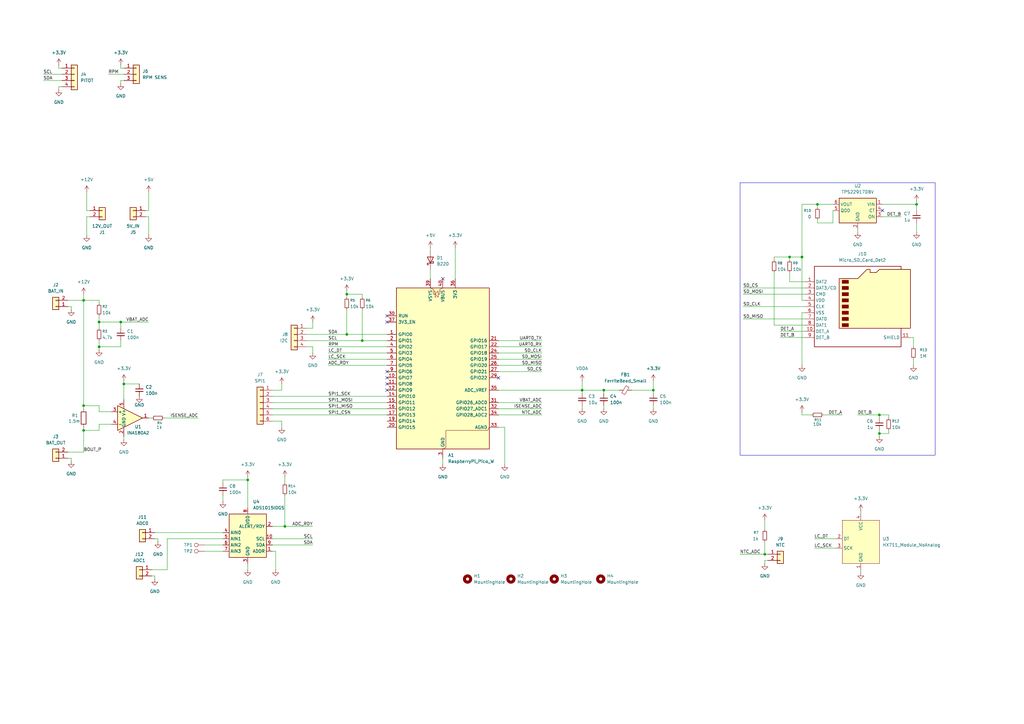
<source format=kicad_sch>
(kicad_sch
	(version 20250114)
	(generator "eeschema")
	(generator_version "9.0")
	(uuid "5176aa17-370b-4858-bdb0-5bdf42453f05")
	(paper "A3")
	
	(rectangle
		(start 303.53 74.93)
		(end 383.54 186.69)
		(stroke
			(width 0)
			(type default)
		)
		(fill
			(type none)
		)
		(uuid 7bda12f7-cd77-41da-b20f-16e498f26e07)
	)
	(junction
		(at 142.24 120.65)
		(diameter 0)
		(color 0 0 0 0)
		(uuid "042b12eb-4472-44da-bd3a-4f8408654ba7")
	)
	(junction
		(at 142.24 137.16)
		(diameter 0)
		(color 0 0 0 0)
		(uuid "0ca3e034-0a07-42bd-bf74-f429778070c6")
	)
	(junction
		(at 360.68 177.8)
		(diameter 0)
		(color 0 0 0 0)
		(uuid "1cc5b779-c2cb-42f2-a3e5-cb2a599be733")
	)
	(junction
		(at 247.65 160.02)
		(diameter 0)
		(color 0 0 0 0)
		(uuid "2a46f752-b279-4f04-b465-7d11d7d74d6b")
	)
	(junction
		(at 238.76 160.02)
		(diameter 0)
		(color 0 0 0 0)
		(uuid "35538856-1a8b-40d6-baa3-6bf051d6dda9")
	)
	(junction
		(at 40.64 142.24)
		(diameter 0)
		(color 0 0 0 0)
		(uuid "4529ae7a-a0eb-4193-8d4c-48fc24f38636")
	)
	(junction
		(at 40.64 132.08)
		(diameter 0)
		(color 0 0 0 0)
		(uuid "55e7e119-4557-4efa-9d4e-d62ea7087bf7")
	)
	(junction
		(at 50.8 157.48)
		(diameter 0)
		(color 0 0 0 0)
		(uuid "56ae7034-73b2-449e-bbc7-bf50c4e3bb00")
	)
	(junction
		(at 148.59 139.7)
		(diameter 0)
		(color 0 0 0 0)
		(uuid "59be30d8-c25c-4bf9-87de-d068cfa32df6")
	)
	(junction
		(at 101.6 196.85)
		(diameter 0)
		(color 0 0 0 0)
		(uuid "59c5c46b-203f-4bb0-9233-867be5798a6e")
	)
	(junction
		(at 328.93 105.41)
		(diameter 0)
		(color 0 0 0 0)
		(uuid "638a8dbd-e074-4b8b-a2c7-4414c8948738")
	)
	(junction
		(at 116.84 215.9)
		(diameter 0)
		(color 0 0 0 0)
		(uuid "90e70b5c-22d6-4497-b1ea-0e9731ac0302")
	)
	(junction
		(at 375.92 83.82)
		(diameter 0)
		(color 0 0 0 0)
		(uuid "a2a179ee-7aed-4270-b84c-eb290ef13070")
	)
	(junction
		(at 34.29 166.37)
		(diameter 0)
		(color 0 0 0 0)
		(uuid "b0a93d29-1839-466b-baca-01ac2402f01c")
	)
	(junction
		(at 267.97 160.02)
		(diameter 0)
		(color 0 0 0 0)
		(uuid "b8581979-73f8-4705-8c09-ec86a8e17b37")
	)
	(junction
		(at 34.29 176.53)
		(diameter 0)
		(color 0 0 0 0)
		(uuid "c0e6f4c2-3e6e-4122-aca3-66e329bec4f9")
	)
	(junction
		(at 313.69 227.33)
		(diameter 0)
		(color 0 0 0 0)
		(uuid "ce93a4eb-696e-417d-90cd-54c851a590a7")
	)
	(junction
		(at 360.68 170.18)
		(diameter 0)
		(color 0 0 0 0)
		(uuid "da467bcf-d9cf-4e23-92cc-1f2ff3aaaa43")
	)
	(junction
		(at 34.29 123.19)
		(diameter 0)
		(color 0 0 0 0)
		(uuid "ed7a86b9-9467-4b0b-8af6-45dcd50e050d")
	)
	(junction
		(at 335.28 83.82)
		(diameter 0)
		(color 0 0 0 0)
		(uuid "ed84ce5e-56a1-43aa-99c7-30812c78c31b")
	)
	(junction
		(at 49.53 132.08)
		(diameter 0)
		(color 0 0 0 0)
		(uuid "f62e702e-ae1e-4fdf-9b10-17b8c2feca45")
	)
	(junction
		(at 323.85 105.41)
		(diameter 0)
		(color 0 0 0 0)
		(uuid "fceee224-9830-4df5-ae51-361af6c8d809")
	)
	(no_connect
		(at 158.75 160.02)
		(uuid "03fdeb84-c70c-410a-b477-2d13a7b33dbd")
	)
	(no_connect
		(at 204.47 154.94)
		(uuid "1147be37-a701-4bf8-af34-fdd9a0e8e07a")
	)
	(no_connect
		(at 158.75 132.08)
		(uuid "26315cea-450b-4e5e-b07f-6f5efaa107a2")
	)
	(no_connect
		(at 158.75 129.54)
		(uuid "5d79e22d-a071-4e31-84a1-4c011159c4bd")
	)
	(no_connect
		(at 158.75 157.48)
		(uuid "742d7e23-7420-4152-b828-a708d39be263")
	)
	(no_connect
		(at 361.95 86.36)
		(uuid "9dad5874-a31d-4142-8122-a29f6ec282cf")
	)
	(no_connect
		(at 181.61 114.3)
		(uuid "a1665a8f-09eb-4e9a-999d-a695ed8f56fa")
	)
	(no_connect
		(at 158.75 152.4)
		(uuid "b2031b35-c091-4634-b847-80957ab6e729")
	)
	(no_connect
		(at 158.75 154.94)
		(uuid "f7f14dce-d122-4003-b8fd-cb5f19ccdaad")
	)
	(wire
		(pts
			(xy 111.76 223.52) (xy 128.27 223.52)
		)
		(stroke
			(width 0)
			(type default)
		)
		(uuid "0005a815-fc4f-4615-b041-2d611e1f0653")
	)
	(wire
		(pts
			(xy 63.5 218.44) (xy 91.44 218.44)
		)
		(stroke
			(width 0)
			(type default)
		)
		(uuid "049180c5-55d1-48de-a4c3-7ac168c9674c")
	)
	(wire
		(pts
			(xy 204.47 165.1) (xy 222.25 165.1)
		)
		(stroke
			(width 0)
			(type default)
		)
		(uuid "059f96ef-0235-454d-906f-8ebdd306a5af")
	)
	(wire
		(pts
			(xy 116.84 203.2) (xy 116.84 215.9)
		)
		(stroke
			(width 0)
			(type default)
		)
		(uuid "071294c2-3c2f-45d1-b362-49fbaaf88da4")
	)
	(wire
		(pts
			(xy 35.56 86.36) (xy 36.83 86.36)
		)
		(stroke
			(width 0)
			(type default)
		)
		(uuid "0725bc5d-b9bf-4a4d-9ab1-a0cf8b90b01b")
	)
	(wire
		(pts
			(xy 303.53 227.33) (xy 313.69 227.33)
		)
		(stroke
			(width 0)
			(type default)
		)
		(uuid "0807d4b9-4ba2-46a5-aabb-22ab88baddbe")
	)
	(wire
		(pts
			(xy 323.85 105.41) (xy 328.93 105.41)
		)
		(stroke
			(width 0)
			(type default)
		)
		(uuid "085a3057-0fed-4055-9c71-2741251e48db")
	)
	(wire
		(pts
			(xy 267.97 156.21) (xy 267.97 160.02)
		)
		(stroke
			(width 0)
			(type default)
		)
		(uuid "08dd2847-db27-48a7-a8f1-a4bbb885502d")
	)
	(wire
		(pts
			(xy 204.47 147.32) (xy 222.25 147.32)
		)
		(stroke
			(width 0)
			(type default)
		)
		(uuid "0aaac081-fd61-406e-ac33-7b672e904803")
	)
	(wire
		(pts
			(xy 375.92 83.82) (xy 375.92 86.36)
		)
		(stroke
			(width 0)
			(type default)
		)
		(uuid "0b3ed543-206d-4639-ab9b-87bba91810ba")
	)
	(wire
		(pts
			(xy 101.6 196.85) (xy 101.6 208.28)
		)
		(stroke
			(width 0)
			(type default)
		)
		(uuid "0c5ac5c3-a964-477e-8e52-620a4f119256")
	)
	(wire
		(pts
			(xy 238.76 156.21) (xy 238.76 160.02)
		)
		(stroke
			(width 0)
			(type default)
		)
		(uuid "0d093a0c-5c2a-4185-a351-216aae6bcd40")
	)
	(wire
		(pts
			(xy 142.24 137.16) (xy 158.75 137.16)
		)
		(stroke
			(width 0)
			(type default)
		)
		(uuid "0df32d3a-be3a-4bd9-9b81-d2f7947d0b40")
	)
	(wire
		(pts
			(xy 50.8 33.02) (xy 49.53 33.02)
		)
		(stroke
			(width 0)
			(type default)
		)
		(uuid "0e1b31d9-1070-4007-88da-546176bc517b")
	)
	(wire
		(pts
			(xy 60.96 88.9) (xy 60.96 96.52)
		)
		(stroke
			(width 0)
			(type default)
		)
		(uuid "10650455-1a1c-4620-9798-6f4715d20282")
	)
	(wire
		(pts
			(xy 68.58 233.68) (xy 68.58 220.98)
		)
		(stroke
			(width 0)
			(type default)
		)
		(uuid "11ae452f-97cd-4d5d-b8cd-884534104e20")
	)
	(wire
		(pts
			(xy 323.85 115.57) (xy 330.2 115.57)
		)
		(stroke
			(width 0)
			(type default)
		)
		(uuid "1407bfce-b32d-4949-b5c3-050b592fe8d6")
	)
	(wire
		(pts
			(xy 320.04 138.43) (xy 330.2 138.43)
		)
		(stroke
			(width 0)
			(type default)
		)
		(uuid "143bed7b-a03d-41df-9bdd-f7dda5f18fa0")
	)
	(wire
		(pts
			(xy 40.64 173.99) (xy 45.72 173.99)
		)
		(stroke
			(width 0)
			(type default)
		)
		(uuid "1576c0ba-5e44-4582-9032-6752b85b0808")
	)
	(wire
		(pts
			(xy 40.64 123.19) (xy 34.29 123.19)
		)
		(stroke
			(width 0)
			(type default)
		)
		(uuid "18ccd29d-4951-486f-b6ef-8bbd17b3c702")
	)
	(wire
		(pts
			(xy 25.4 27.94) (xy 24.13 27.94)
		)
		(stroke
			(width 0)
			(type default)
		)
		(uuid "1d130f2b-f0a8-4cb3-965a-30f6b1dfc407")
	)
	(wire
		(pts
			(xy 304.8 125.73) (xy 330.2 125.73)
		)
		(stroke
			(width 0)
			(type default)
		)
		(uuid "1d773c9a-b2e0-4ca4-a445-a5820e765f55")
	)
	(wire
		(pts
			(xy 267.97 160.02) (xy 267.97 161.29)
		)
		(stroke
			(width 0)
			(type default)
		)
		(uuid "1f38f24d-6585-4883-ae04-674febd9def7")
	)
	(wire
		(pts
			(xy 323.85 106.68) (xy 323.85 105.41)
		)
		(stroke
			(width 0)
			(type default)
		)
		(uuid "2482271d-873b-469c-87d8-b69444735415")
	)
	(wire
		(pts
			(xy 29.21 125.73) (xy 27.94 125.73)
		)
		(stroke
			(width 0)
			(type default)
		)
		(uuid "267df88c-b227-470a-9b1e-ad37daaeee24")
	)
	(wire
		(pts
			(xy 125.73 137.16) (xy 142.24 137.16)
		)
		(stroke
			(width 0)
			(type default)
		)
		(uuid "296576d0-bdf6-4b7b-9be0-20eb1371ef76")
	)
	(wire
		(pts
			(xy 113.03 226.06) (xy 111.76 226.06)
		)
		(stroke
			(width 0)
			(type default)
		)
		(uuid "2979e8ef-af10-4719-a946-c679973e0780")
	)
	(wire
		(pts
			(xy 142.24 127) (xy 142.24 137.16)
		)
		(stroke
			(width 0)
			(type default)
		)
		(uuid "2bbbc5f7-bebe-43ef-b244-7deadd501f69")
	)
	(wire
		(pts
			(xy 35.56 88.9) (xy 36.83 88.9)
		)
		(stroke
			(width 0)
			(type default)
		)
		(uuid "2c803145-1f88-4311-a4a6-6cb894f1e17c")
	)
	(wire
		(pts
			(xy 40.64 132.08) (xy 40.64 134.62)
		)
		(stroke
			(width 0)
			(type default)
		)
		(uuid "2e966ea7-9851-4ad5-8335-11154e4189ad")
	)
	(wire
		(pts
			(xy 204.47 139.7) (xy 222.25 139.7)
		)
		(stroke
			(width 0)
			(type default)
		)
		(uuid "315d4cfa-a9c1-4bff-9fec-4d8305c6422e")
	)
	(wire
		(pts
			(xy 111.76 220.98) (xy 128.27 220.98)
		)
		(stroke
			(width 0)
			(type default)
		)
		(uuid "322e808a-a4d3-46cf-9ab5-b7f0263a1524")
	)
	(wire
		(pts
			(xy 63.5 236.22) (xy 62.23 236.22)
		)
		(stroke
			(width 0)
			(type default)
		)
		(uuid "359b1ac8-202a-4d90-9bb4-f293b4f827e7")
	)
	(wire
		(pts
			(xy 317.5 105.41) (xy 317.5 106.68)
		)
		(stroke
			(width 0)
			(type default)
		)
		(uuid "36210625-16f7-4f89-9348-3d974e1e47fb")
	)
	(wire
		(pts
			(xy 142.24 120.65) (xy 142.24 121.92)
		)
		(stroke
			(width 0)
			(type default)
		)
		(uuid "365b9912-8496-4455-8df0-3ccc450d9a1a")
	)
	(wire
		(pts
			(xy 111.76 215.9) (xy 116.84 215.9)
		)
		(stroke
			(width 0)
			(type default)
		)
		(uuid "39ca5b5e-620a-4967-bc5d-38dd8bc01cf7")
	)
	(wire
		(pts
			(xy 328.93 128.27) (xy 330.2 128.27)
		)
		(stroke
			(width 0)
			(type default)
		)
		(uuid "39f05fe4-7df6-4ce0-b223-f029c0f021d6")
	)
	(wire
		(pts
			(xy 204.47 167.64) (xy 222.25 167.64)
		)
		(stroke
			(width 0)
			(type default)
		)
		(uuid "3a014c5a-edb8-4b92-9d1a-b1ca800ef86f")
	)
	(wire
		(pts
			(xy 364.49 170.18) (xy 364.49 171.45)
		)
		(stroke
			(width 0)
			(type default)
		)
		(uuid "3ad7fce5-b4c0-4684-a2f1-9e5eea905b87")
	)
	(wire
		(pts
			(xy 328.93 170.18) (xy 328.93 168.91)
		)
		(stroke
			(width 0)
			(type default)
		)
		(uuid "3bf36a59-78be-4a92-8104-4389081f0f3d")
	)
	(wire
		(pts
			(xy 128.27 142.24) (xy 125.73 142.24)
		)
		(stroke
			(width 0)
			(type default)
		)
		(uuid "3ec3e2cd-9f7c-406f-b881-860bc969cadc")
	)
	(wire
		(pts
			(xy 49.53 33.02) (xy 49.53 34.29)
		)
		(stroke
			(width 0)
			(type default)
		)
		(uuid "3eca8a57-6e51-4773-9503-45f01e5cade8")
	)
	(wire
		(pts
			(xy 360.68 170.18) (xy 360.68 171.45)
		)
		(stroke
			(width 0)
			(type default)
		)
		(uuid "40d52b56-fa28-4bc7-8a86-6d0d70618f4c")
	)
	(wire
		(pts
			(xy 176.53 110.49) (xy 176.53 114.3)
		)
		(stroke
			(width 0)
			(type default)
		)
		(uuid "416eb6d8-1145-4bc9-b12b-89f2fd78fc2e")
	)
	(wire
		(pts
			(xy 364.49 177.8) (xy 360.68 177.8)
		)
		(stroke
			(width 0)
			(type default)
		)
		(uuid "422f14a3-10cf-4353-9743-638978aa4522")
	)
	(wire
		(pts
			(xy 341.63 86.36) (xy 341.63 91.44)
		)
		(stroke
			(width 0)
			(type default)
		)
		(uuid "42f9926e-98e2-4980-876c-c2aecf68462c")
	)
	(wire
		(pts
			(xy 115.57 160.02) (xy 115.57 157.48)
		)
		(stroke
			(width 0)
			(type default)
		)
		(uuid "443e9115-de94-4579-9a02-d8d718f83321")
	)
	(wire
		(pts
			(xy 369.57 88.9) (xy 361.95 88.9)
		)
		(stroke
			(width 0)
			(type default)
		)
		(uuid "4597c055-1572-4dee-b06f-ea20dfee2946")
	)
	(wire
		(pts
			(xy 50.8 27.94) (xy 49.53 27.94)
		)
		(stroke
			(width 0)
			(type default)
		)
		(uuid "4704bb54-db47-4201-9670-8fe478674904")
	)
	(wire
		(pts
			(xy 364.49 176.53) (xy 364.49 177.8)
		)
		(stroke
			(width 0)
			(type default)
		)
		(uuid "4815cd82-9922-49c2-bca2-7781555337f5")
	)
	(wire
		(pts
			(xy 353.06 209.55) (xy 353.06 210.82)
		)
		(stroke
			(width 0)
			(type default)
		)
		(uuid "4829ba46-28b2-4bd4-841f-e66357741e77")
	)
	(wire
		(pts
			(xy 374.65 138.43) (xy 373.38 138.43)
		)
		(stroke
			(width 0)
			(type default)
		)
		(uuid "4b201891-e6c6-425c-ac39-a2b8c3fc1430")
	)
	(wire
		(pts
			(xy 328.93 149.86) (xy 328.93 128.27)
		)
		(stroke
			(width 0)
			(type default)
		)
		(uuid "4b226945-66fc-4689-a4cc-cf930d6c6b7b")
	)
	(wire
		(pts
			(xy 148.59 139.7) (xy 158.75 139.7)
		)
		(stroke
			(width 0)
			(type default)
		)
		(uuid "4c5de4ba-237c-40c9-8cb2-bdaa9eef59a0")
	)
	(wire
		(pts
			(xy 375.92 91.44) (xy 375.92 95.25)
		)
		(stroke
			(width 0)
			(type default)
		)
		(uuid "4c9e10ef-dc5d-4d59-95ce-21817f26a638")
	)
	(wire
		(pts
			(xy 334.01 224.79) (xy 342.9 224.79)
		)
		(stroke
			(width 0)
			(type default)
		)
		(uuid "4f129053-8f89-4773-ac8f-94ad0a317692")
	)
	(wire
		(pts
			(xy 314.96 229.87) (xy 313.69 229.87)
		)
		(stroke
			(width 0)
			(type default)
		)
		(uuid "5031d197-fa5c-4391-88cd-546c4bf03595")
	)
	(wire
		(pts
			(xy 360.68 177.8) (xy 360.68 179.07)
		)
		(stroke
			(width 0)
			(type default)
		)
		(uuid "51f715df-42ae-4bfb-9301-c75b52e00436")
	)
	(wire
		(pts
			(xy 238.76 160.02) (xy 238.76 161.29)
		)
		(stroke
			(width 0)
			(type default)
		)
		(uuid "541a3ad2-f063-451f-afb6-262eb79debd2")
	)
	(wire
		(pts
			(xy 335.28 83.82) (xy 335.28 85.09)
		)
		(stroke
			(width 0)
			(type default)
		)
		(uuid "56835b1a-c1f7-4304-9a40-726d10dfdec7")
	)
	(wire
		(pts
			(xy 24.13 27.94) (xy 24.13 26.67)
		)
		(stroke
			(width 0)
			(type default)
		)
		(uuid "5832458f-4a0b-4711-bfc1-59831ed5d7e4")
	)
	(wire
		(pts
			(xy 204.47 160.02) (xy 238.76 160.02)
		)
		(stroke
			(width 0)
			(type default)
		)
		(uuid "58785a3b-4b7a-46f1-bbca-885e53b9ce23")
	)
	(wire
		(pts
			(xy 238.76 166.37) (xy 238.76 167.64)
		)
		(stroke
			(width 0)
			(type default)
		)
		(uuid "5c3c6def-615f-4d0d-9066-73eef4c03fd4")
	)
	(wire
		(pts
			(xy 111.76 170.18) (xy 158.75 170.18)
		)
		(stroke
			(width 0)
			(type default)
		)
		(uuid "5d797e71-e8cb-49ce-8dcd-e0069125f459")
	)
	(wire
		(pts
			(xy 247.65 166.37) (xy 247.65 167.64)
		)
		(stroke
			(width 0)
			(type default)
		)
		(uuid "6243cb7c-b905-440d-b323-a2ead4704c4c")
	)
	(wire
		(pts
			(xy 335.28 90.17) (xy 335.28 91.44)
		)
		(stroke
			(width 0)
			(type default)
		)
		(uuid "6259eb8d-6050-428c-8f95-f8dc33a82864")
	)
	(wire
		(pts
			(xy 125.73 134.62) (xy 128.27 134.62)
		)
		(stroke
			(width 0)
			(type default)
		)
		(uuid "6276661e-2cd1-4f9c-833b-f914e7c6fa2a")
	)
	(wire
		(pts
			(xy 49.53 142.24) (xy 40.64 142.24)
		)
		(stroke
			(width 0)
			(type default)
		)
		(uuid "634359bb-1d2f-425f-85f1-1809e09dc08f")
	)
	(wire
		(pts
			(xy 40.64 168.91) (xy 45.72 168.91)
		)
		(stroke
			(width 0)
			(type default)
		)
		(uuid "63b430df-601c-432a-acf8-7d5e50bdb93c")
	)
	(wire
		(pts
			(xy 247.65 160.02) (xy 254 160.02)
		)
		(stroke
			(width 0)
			(type default)
		)
		(uuid "64054261-755d-4c20-be9f-e2e675904ca9")
	)
	(wire
		(pts
			(xy 128.27 144.78) (xy 128.27 142.24)
		)
		(stroke
			(width 0)
			(type default)
		)
		(uuid "6681a4a7-ef0c-4866-bb2f-e7c90bdfab9a")
	)
	(wire
		(pts
			(xy 134.62 142.24) (xy 158.75 142.24)
		)
		(stroke
			(width 0)
			(type default)
		)
		(uuid "692f1690-1c68-466a-aa1c-9f8177b2dbbd")
	)
	(wire
		(pts
			(xy 34.29 176.53) (xy 40.64 176.53)
		)
		(stroke
			(width 0)
			(type default)
		)
		(uuid "6ae10dc0-58e2-4532-89f9-604e308dbbec")
	)
	(wire
		(pts
			(xy 116.84 215.9) (xy 128.27 215.9)
		)
		(stroke
			(width 0)
			(type default)
		)
		(uuid "6c192863-9fc5-4bf7-b194-28e7a4f1cd9a")
	)
	(wire
		(pts
			(xy 34.29 123.19) (xy 34.29 166.37)
		)
		(stroke
			(width 0)
			(type default)
		)
		(uuid "6c6b005f-1f09-4749-8387-f95f009a974d")
	)
	(wire
		(pts
			(xy 60.96 132.08) (xy 49.53 132.08)
		)
		(stroke
			(width 0)
			(type default)
		)
		(uuid "6cd87805-b76c-41cf-acc7-44f57c6dd20f")
	)
	(wire
		(pts
			(xy 247.65 160.02) (xy 247.65 161.29)
		)
		(stroke
			(width 0)
			(type default)
		)
		(uuid "6dc50f7e-195d-423a-aa3a-45c0cda61b43")
	)
	(wire
		(pts
			(xy 204.47 149.86) (xy 222.25 149.86)
		)
		(stroke
			(width 0)
			(type default)
		)
		(uuid "6ddd8cc3-0d94-491f-b860-aeec5fc2cf50")
	)
	(wire
		(pts
			(xy 334.01 220.98) (xy 342.9 220.98)
		)
		(stroke
			(width 0)
			(type default)
		)
		(uuid "71224e91-d013-408c-a9af-3cf16955a3fc")
	)
	(wire
		(pts
			(xy 317.5 133.35) (xy 330.2 133.35)
		)
		(stroke
			(width 0)
			(type default)
		)
		(uuid "7265f737-a4af-4d43-9be6-d4f0cd56197c")
	)
	(wire
		(pts
			(xy 313.69 213.36) (xy 313.69 217.17)
		)
		(stroke
			(width 0)
			(type default)
		)
		(uuid "72e70985-c98b-49db-aa0b-63a7eee03355")
	)
	(wire
		(pts
			(xy 116.84 195.58) (xy 116.84 198.12)
		)
		(stroke
			(width 0)
			(type default)
		)
		(uuid "74aebfb3-7ac8-4c9c-b7ea-26289f3d19d1")
	)
	(wire
		(pts
			(xy 204.47 152.4) (xy 222.25 152.4)
		)
		(stroke
			(width 0)
			(type default)
		)
		(uuid "783d7b52-b496-4816-88b0-039ef99974a2")
	)
	(wire
		(pts
			(xy 50.8 156.21) (xy 50.8 157.48)
		)
		(stroke
			(width 0)
			(type default)
		)
		(uuid "79677919-8d78-4f6c-86df-564642e8538c")
	)
	(wire
		(pts
			(xy 317.5 105.41) (xy 323.85 105.41)
		)
		(stroke
			(width 0)
			(type default)
		)
		(uuid "7b9aa72e-5872-4892-b0c4-80b7163a3691")
	)
	(wire
		(pts
			(xy 328.93 105.41) (xy 328.93 123.19)
		)
		(stroke
			(width 0)
			(type default)
		)
		(uuid "808734b9-6072-4042-8a24-a3e69a3dfed3")
	)
	(wire
		(pts
			(xy 128.27 134.62) (xy 128.27 132.08)
		)
		(stroke
			(width 0)
			(type default)
		)
		(uuid "8463e844-de7f-413b-8909-4c6fb1556cbe")
	)
	(wire
		(pts
			(xy 49.53 134.62) (xy 49.53 132.08)
		)
		(stroke
			(width 0)
			(type default)
		)
		(uuid "84db6055-4196-46ab-b402-e718b952a841")
	)
	(wire
		(pts
			(xy 204.47 144.78) (xy 222.25 144.78)
		)
		(stroke
			(width 0)
			(type default)
		)
		(uuid "856c7c87-d075-41e5-b18c-340ef27b8ab0")
	)
	(wire
		(pts
			(xy 115.57 172.72) (xy 111.76 172.72)
		)
		(stroke
			(width 0)
			(type default)
		)
		(uuid "8681ad3d-2f0b-43a3-ae9d-6188595708b4")
	)
	(wire
		(pts
			(xy 314.96 227.33) (xy 313.69 227.33)
		)
		(stroke
			(width 0)
			(type default)
		)
		(uuid "889834c5-f759-471a-a357-b32a6fb257d9")
	)
	(wire
		(pts
			(xy 374.65 142.24) (xy 374.65 138.43)
		)
		(stroke
			(width 0)
			(type default)
		)
		(uuid "8c697389-f265-4178-b1c5-11241c4e94b7")
	)
	(wire
		(pts
			(xy 91.44 196.85) (xy 91.44 198.12)
		)
		(stroke
			(width 0)
			(type default)
		)
		(uuid "901bea9a-722a-4c59-9fa9-a8b07d88301f")
	)
	(wire
		(pts
			(xy 60.96 171.45) (xy 62.23 171.45)
		)
		(stroke
			(width 0)
			(type default)
		)
		(uuid "90a92d2b-af55-4913-998a-fdda43fab8b0")
	)
	(wire
		(pts
			(xy 267.97 166.37) (xy 267.97 167.64)
		)
		(stroke
			(width 0)
			(type default)
		)
		(uuid "90f18240-3a29-4178-9beb-1236213a5abb")
	)
	(wire
		(pts
			(xy 29.21 125.73) (xy 29.21 127)
		)
		(stroke
			(width 0)
			(type default)
		)
		(uuid "913c4ccb-04fc-4df9-9951-cc808877253c")
	)
	(wire
		(pts
			(xy 320.04 135.89) (xy 330.2 135.89)
		)
		(stroke
			(width 0)
			(type default)
		)
		(uuid "92d0bd6e-448b-446d-b7b7-090b191b14b6")
	)
	(wire
		(pts
			(xy 186.69 101.6) (xy 186.69 114.3)
		)
		(stroke
			(width 0)
			(type default)
		)
		(uuid "987f0d04-723e-44e8-9295-500e866eee12")
	)
	(wire
		(pts
			(xy 91.44 203.2) (xy 91.44 205.74)
		)
		(stroke
			(width 0)
			(type default)
		)
		(uuid "9b3b51a0-e50b-4bdd-9216-9bd8fd3a4147")
	)
	(wire
		(pts
			(xy 111.76 160.02) (xy 115.57 160.02)
		)
		(stroke
			(width 0)
			(type default)
		)
		(uuid "9b6ce5c8-ea1c-491f-b2f3-7c961d777d0d")
	)
	(wire
		(pts
			(xy 34.29 185.42) (xy 34.29 176.53)
		)
		(stroke
			(width 0)
			(type default)
		)
		(uuid "9cc94205-61d2-4ef6-b9ac-57c19c9d7d6d")
	)
	(wire
		(pts
			(xy 101.6 195.58) (xy 101.6 196.85)
		)
		(stroke
			(width 0)
			(type default)
		)
		(uuid "9d3634ba-007c-42b1-b385-9f8d6e601085")
	)
	(wire
		(pts
			(xy 313.69 229.87) (xy 313.69 231.14)
		)
		(stroke
			(width 0)
			(type default)
		)
		(uuid "9d905ef1-55c2-41db-9293-d74d13b17c67")
	)
	(wire
		(pts
			(xy 351.79 170.18) (xy 360.68 170.18)
		)
		(stroke
			(width 0)
			(type default)
		)
		(uuid "9f62e725-8b0a-4c45-9972-78d5b487feeb")
	)
	(wire
		(pts
			(xy 50.8 179.07) (xy 50.8 180.34)
		)
		(stroke
			(width 0)
			(type default)
		)
		(uuid "a051e077-7dff-4664-9adb-10d6db125909")
	)
	(wire
		(pts
			(xy 64.77 222.25) (xy 64.77 220.98)
		)
		(stroke
			(width 0)
			(type default)
		)
		(uuid "a27100f9-69f8-40a0-8be4-2392de2bd3ee")
	)
	(wire
		(pts
			(xy 59.69 86.36) (xy 60.96 86.36)
		)
		(stroke
			(width 0)
			(type default)
		)
		(uuid "a482c5f8-7f21-4c67-a193-230f6fe82f31")
	)
	(wire
		(pts
			(xy 27.94 187.96) (xy 29.21 187.96)
		)
		(stroke
			(width 0)
			(type default)
		)
		(uuid "a89a7a0e-2944-4d14-919a-a369a2303183")
	)
	(wire
		(pts
			(xy 64.77 220.98) (xy 63.5 220.98)
		)
		(stroke
			(width 0)
			(type default)
		)
		(uuid "a8ceee43-33a1-477f-86cb-ffc00133707a")
	)
	(wire
		(pts
			(xy 351.79 93.98) (xy 351.79 95.25)
		)
		(stroke
			(width 0)
			(type default)
		)
		(uuid "a9cb1f7a-c8a5-4d5d-bf1e-6a60368578d6")
	)
	(wire
		(pts
			(xy 259.08 160.02) (xy 267.97 160.02)
		)
		(stroke
			(width 0)
			(type default)
		)
		(uuid "aa2f53ee-0687-403b-8ae7-70ada2edd44b")
	)
	(wire
		(pts
			(xy 35.56 78.74) (xy 35.56 86.36)
		)
		(stroke
			(width 0)
			(type default)
		)
		(uuid "acef33d4-45fe-4e99-96e5-6d6f30621919")
	)
	(wire
		(pts
			(xy 134.62 149.86) (xy 158.75 149.86)
		)
		(stroke
			(width 0)
			(type default)
		)
		(uuid "ad8db3ff-14d5-4406-bd5d-5f34611f64ff")
	)
	(wire
		(pts
			(xy 337.82 170.18) (xy 345.44 170.18)
		)
		(stroke
			(width 0)
			(type default)
		)
		(uuid "aed6cf5a-ce15-47fb-81e5-53badf41581a")
	)
	(wire
		(pts
			(xy 44.45 30.48) (xy 50.8 30.48)
		)
		(stroke
			(width 0)
			(type default)
		)
		(uuid "b0e33eee-63f6-4f10-887e-bc620311fbe7")
	)
	(wire
		(pts
			(xy 360.68 170.18) (xy 364.49 170.18)
		)
		(stroke
			(width 0)
			(type default)
		)
		(uuid "b14e5962-f961-4ca6-a997-4f631204846f")
	)
	(wire
		(pts
			(xy 142.24 119.38) (xy 142.24 120.65)
		)
		(stroke
			(width 0)
			(type default)
		)
		(uuid "b2e80e3f-6655-4131-97a0-8326cd33938e")
	)
	(wire
		(pts
			(xy 101.6 196.85) (xy 91.44 196.85)
		)
		(stroke
			(width 0)
			(type default)
		)
		(uuid "b4639060-af51-40c8-8f6f-d5e8ab92b114")
	)
	(wire
		(pts
			(xy 317.5 111.76) (xy 317.5 133.35)
		)
		(stroke
			(width 0)
			(type default)
		)
		(uuid "b4ed8630-db58-43dc-8e27-c3fcc6780973")
	)
	(wire
		(pts
			(xy 35.56 96.52) (xy 35.56 88.9)
		)
		(stroke
			(width 0)
			(type default)
		)
		(uuid "b6d8d3a8-88ef-49bc-94f2-4499a61ae596")
	)
	(wire
		(pts
			(xy 27.94 185.42) (xy 34.29 185.42)
		)
		(stroke
			(width 0)
			(type default)
		)
		(uuid "b973407b-1b7c-4869-b879-d353aaed40d2")
	)
	(wire
		(pts
			(xy 40.64 129.54) (xy 40.64 132.08)
		)
		(stroke
			(width 0)
			(type default)
		)
		(uuid "b9fffc17-e3d0-418b-81dd-bf25a530daad")
	)
	(wire
		(pts
			(xy 63.5 237.49) (xy 63.5 236.22)
		)
		(stroke
			(width 0)
			(type default)
		)
		(uuid "bb09ce92-0bcd-4ab9-a3b2-6189c5b06086")
	)
	(wire
		(pts
			(xy 361.95 83.82) (xy 375.92 83.82)
		)
		(stroke
			(width 0)
			(type default)
		)
		(uuid "be85db0d-aff1-41d9-bd14-56ee8aaba9ef")
	)
	(wire
		(pts
			(xy 207.01 175.26) (xy 204.47 175.26)
		)
		(stroke
			(width 0)
			(type default)
		)
		(uuid "c23d60bd-9e5c-483d-9a58-0db23dfbe0e7")
	)
	(wire
		(pts
			(xy 25.4 35.56) (xy 24.13 35.56)
		)
		(stroke
			(width 0)
			(type default)
		)
		(uuid "c25eaa2b-32d7-437c-aaba-1fb54cf2e9a3")
	)
	(wire
		(pts
			(xy 176.53 101.6) (xy 176.53 102.87)
		)
		(stroke
			(width 0)
			(type default)
		)
		(uuid "c2ce1532-5ab7-4bac-8f80-1bc4fa3a4781")
	)
	(wire
		(pts
			(xy 34.29 166.37) (xy 40.64 166.37)
		)
		(stroke
			(width 0)
			(type default)
		)
		(uuid "c3447844-3da5-46b9-b5e6-0a3ba0678251")
	)
	(wire
		(pts
			(xy 304.8 130.81) (xy 330.2 130.81)
		)
		(stroke
			(width 0)
			(type default)
		)
		(uuid "c4ff7d8d-22ae-4f33-aef8-8bab11e50add")
	)
	(wire
		(pts
			(xy 207.01 190.5) (xy 207.01 175.26)
		)
		(stroke
			(width 0)
			(type default)
		)
		(uuid "c599b4a8-3fe7-4d87-9234-a6b74a0fd411")
	)
	(wire
		(pts
			(xy 40.64 123.19) (xy 40.64 124.46)
		)
		(stroke
			(width 0)
			(type default)
		)
		(uuid "c5d0cdef-e1ce-4ebd-886f-b8d4c8717661")
	)
	(wire
		(pts
			(xy 17.78 33.02) (xy 25.4 33.02)
		)
		(stroke
			(width 0)
			(type default)
		)
		(uuid "c5e193a7-9178-4c07-b069-268947244219")
	)
	(wire
		(pts
			(xy 62.23 233.68) (xy 68.58 233.68)
		)
		(stroke
			(width 0)
			(type default)
		)
		(uuid "c648dc89-47c5-4c3c-afa7-92b5637cf624")
	)
	(wire
		(pts
			(xy 34.29 120.65) (xy 34.29 123.19)
		)
		(stroke
			(width 0)
			(type default)
		)
		(uuid "c6b3ddb4-a39a-4dbd-84a5-62a803e0e09d")
	)
	(wire
		(pts
			(xy 375.92 83.82) (xy 375.92 82.55)
		)
		(stroke
			(width 0)
			(type default)
		)
		(uuid "c7e2c434-8889-416f-8b13-72b86db7f7de")
	)
	(wire
		(pts
			(xy 49.53 139.7) (xy 49.53 142.24)
		)
		(stroke
			(width 0)
			(type default)
		)
		(uuid "c9045970-862e-4442-9000-0784aacc433f")
	)
	(wire
		(pts
			(xy 341.63 83.82) (xy 335.28 83.82)
		)
		(stroke
			(width 0)
			(type default)
		)
		(uuid "c908a79a-ba74-44dd-9e31-46908ccdef44")
	)
	(wire
		(pts
			(xy 181.61 187.96) (xy 181.61 190.5)
		)
		(stroke
			(width 0)
			(type default)
		)
		(uuid "cbb0a42b-a03b-48bd-b998-bda84e8e3863")
	)
	(wire
		(pts
			(xy 148.59 120.65) (xy 142.24 120.65)
		)
		(stroke
			(width 0)
			(type default)
		)
		(uuid "cc3a60d3-ebf3-40f6-a493-39bf8fe367d2")
	)
	(wire
		(pts
			(xy 40.64 142.24) (xy 40.64 143.51)
		)
		(stroke
			(width 0)
			(type default)
		)
		(uuid "ccc56aff-7f9e-49c2-962b-d53f732550b8")
	)
	(wire
		(pts
			(xy 59.69 88.9) (xy 60.96 88.9)
		)
		(stroke
			(width 0)
			(type default)
		)
		(uuid "cf2a1851-8faf-4909-b684-02af10b791df")
	)
	(wire
		(pts
			(xy 148.59 127) (xy 148.59 139.7)
		)
		(stroke
			(width 0)
			(type default)
		)
		(uuid "cfc5635d-c1a5-450d-b361-c16b194cc9a7")
	)
	(wire
		(pts
			(xy 49.53 27.94) (xy 49.53 26.67)
		)
		(stroke
			(width 0)
			(type default)
		)
		(uuid "d00a145d-12e8-49ea-9d34-aff6124ad258")
	)
	(wire
		(pts
			(xy 335.28 91.44) (xy 341.63 91.44)
		)
		(stroke
			(width 0)
			(type default)
		)
		(uuid "d017837f-6e65-44e8-8c41-a45ce52f6b00")
	)
	(wire
		(pts
			(xy 83.82 223.52) (xy 91.44 223.52)
		)
		(stroke
			(width 0)
			(type default)
		)
		(uuid "d0579eb0-e22b-4634-b20b-c24c6e2102d9")
	)
	(wire
		(pts
			(xy 335.28 83.82) (xy 328.93 83.82)
		)
		(stroke
			(width 0)
			(type default)
		)
		(uuid "d1853612-d999-47ab-ac96-a9ad2f7568a6")
	)
	(wire
		(pts
			(xy 125.73 139.7) (xy 148.59 139.7)
		)
		(stroke
			(width 0)
			(type default)
		)
		(uuid "d261cfb0-8a49-46a1-9843-88cbd7f1d2f3")
	)
	(wire
		(pts
			(xy 111.76 167.64) (xy 158.75 167.64)
		)
		(stroke
			(width 0)
			(type default)
		)
		(uuid "d2702c27-baec-435b-97b1-dcd0dfb9fb00")
	)
	(wire
		(pts
			(xy 83.82 226.06) (xy 91.44 226.06)
		)
		(stroke
			(width 0)
			(type default)
		)
		(uuid "d51afecf-2e0e-4957-865e-a4fa3d8f3bae")
	)
	(wire
		(pts
			(xy 40.64 139.7) (xy 40.64 142.24)
		)
		(stroke
			(width 0)
			(type default)
		)
		(uuid "d5acdc0b-0164-43ab-8238-1e78254f32b3")
	)
	(wire
		(pts
			(xy 113.03 233.68) (xy 113.03 226.06)
		)
		(stroke
			(width 0)
			(type default)
		)
		(uuid "d5fc40c9-43ba-49d8-9d99-f2479890cb6a")
	)
	(wire
		(pts
			(xy 148.59 121.92) (xy 148.59 120.65)
		)
		(stroke
			(width 0)
			(type default)
		)
		(uuid "d69d7291-41a4-4352-85ef-7f635ea32eb1")
	)
	(wire
		(pts
			(xy 57.15 157.48) (xy 50.8 157.48)
		)
		(stroke
			(width 0)
			(type default)
		)
		(uuid "d96ddb70-d00f-4a0a-8abd-070c20cf24ac")
	)
	(wire
		(pts
			(xy 34.29 176.53) (xy 34.29 175.26)
		)
		(stroke
			(width 0)
			(type default)
		)
		(uuid "da806fe9-e70d-4e73-89d4-b3b23b7a5de7")
	)
	(wire
		(pts
			(xy 360.68 176.53) (xy 360.68 177.8)
		)
		(stroke
			(width 0)
			(type default)
		)
		(uuid "db5b3c66-6372-4359-8e8e-9b339ad0de4e")
	)
	(wire
		(pts
			(xy 304.8 120.65) (xy 330.2 120.65)
		)
		(stroke
			(width 0)
			(type default)
		)
		(uuid "dec25bf1-eb5e-4b06-82a1-e979cf7a37d1")
	)
	(wire
		(pts
			(xy 330.2 123.19) (xy 328.93 123.19)
		)
		(stroke
			(width 0)
			(type default)
		)
		(uuid "deeb1fa9-f5b6-4064-9070-7ad3f9cf91a8")
	)
	(wire
		(pts
			(xy 60.96 86.36) (xy 60.96 78.74)
		)
		(stroke
			(width 0)
			(type default)
		)
		(uuid "def7416c-7930-4bd5-bd2b-8b453dc646f9")
	)
	(wire
		(pts
			(xy 40.64 132.08) (xy 49.53 132.08)
		)
		(stroke
			(width 0)
			(type default)
		)
		(uuid "df671847-78d3-46a1-938b-a3565d62435b")
	)
	(wire
		(pts
			(xy 304.8 118.11) (xy 330.2 118.11)
		)
		(stroke
			(width 0)
			(type default)
		)
		(uuid "dfe75501-ecd3-488e-9ab3-7266002b9ecc")
	)
	(wire
		(pts
			(xy 332.74 170.18) (xy 328.93 170.18)
		)
		(stroke
			(width 0)
			(type default)
		)
		(uuid "e005247a-5614-4edf-9811-6cd53c39d4c4")
	)
	(wire
		(pts
			(xy 328.93 83.82) (xy 328.93 105.41)
		)
		(stroke
			(width 0)
			(type default)
		)
		(uuid "e0619765-5304-465e-b5fb-e3e68d521d6d")
	)
	(wire
		(pts
			(xy 67.31 171.45) (xy 81.28 171.45)
		)
		(stroke
			(width 0)
			(type default)
		)
		(uuid "e32fa8dd-53ac-4b0e-9fe1-7a18c9f011f5")
	)
	(wire
		(pts
			(xy 111.76 165.1) (xy 158.75 165.1)
		)
		(stroke
			(width 0)
			(type default)
		)
		(uuid "e4dd3b6a-3eb9-4b1b-bc2e-5f6471447389")
	)
	(wire
		(pts
			(xy 353.06 233.68) (xy 353.06 234.95)
		)
		(stroke
			(width 0)
			(type default)
		)
		(uuid "e5c4809b-d57f-4fd9-b932-4ddb91bdb0be")
	)
	(wire
		(pts
			(xy 115.57 175.26) (xy 115.57 172.72)
		)
		(stroke
			(width 0)
			(type default)
		)
		(uuid "e5e43909-2e6d-49a7-a562-16911d751b1b")
	)
	(wire
		(pts
			(xy 27.94 123.19) (xy 34.29 123.19)
		)
		(stroke
			(width 0)
			(type default)
		)
		(uuid "e62e118a-0f83-4557-b608-0a77aab767cf")
	)
	(wire
		(pts
			(xy 34.29 166.37) (xy 34.29 167.64)
		)
		(stroke
			(width 0)
			(type default)
		)
		(uuid "e861964d-a4a8-47b5-b235-556414876a66")
	)
	(wire
		(pts
			(xy 323.85 111.76) (xy 323.85 115.57)
		)
		(stroke
			(width 0)
			(type default)
		)
		(uuid "ea3a1825-fa9e-4097-af56-da2dfc3acb5c")
	)
	(wire
		(pts
			(xy 24.13 35.56) (xy 24.13 36.83)
		)
		(stroke
			(width 0)
			(type default)
		)
		(uuid "ea7e5d31-5586-4cae-b597-e0cad1b9f876")
	)
	(wire
		(pts
			(xy 134.62 147.32) (xy 158.75 147.32)
		)
		(stroke
			(width 0)
			(type default)
		)
		(uuid "eb7b005e-38f6-44d4-b24c-668219875787")
	)
	(wire
		(pts
			(xy 313.69 222.25) (xy 313.69 227.33)
		)
		(stroke
			(width 0)
			(type default)
		)
		(uuid "f1316121-c436-4cc2-b3e2-8fb9a87ba3f7")
	)
	(wire
		(pts
			(xy 134.62 144.78) (xy 158.75 144.78)
		)
		(stroke
			(width 0)
			(type default)
		)
		(uuid "f1eec557-465e-4c5e-8ba4-28124a57adf8")
	)
	(wire
		(pts
			(xy 29.21 187.96) (xy 29.21 189.23)
		)
		(stroke
			(width 0)
			(type default)
		)
		(uuid "f2ace16c-32f7-442d-bd32-33013a11daed")
	)
	(wire
		(pts
			(xy 40.64 166.37) (xy 40.64 168.91)
		)
		(stroke
			(width 0)
			(type default)
		)
		(uuid "f4533d2d-4c6d-49bc-a48c-498e88406882")
	)
	(wire
		(pts
			(xy 111.76 162.56) (xy 158.75 162.56)
		)
		(stroke
			(width 0)
			(type default)
		)
		(uuid "f5191417-d443-4978-a057-dbce90c2d3f8")
	)
	(wire
		(pts
			(xy 101.6 231.14) (xy 101.6 233.68)
		)
		(stroke
			(width 0)
			(type default)
		)
		(uuid "f568d8ee-798b-4294-993b-a618c942b48d")
	)
	(wire
		(pts
			(xy 50.8 157.48) (xy 50.8 163.83)
		)
		(stroke
			(width 0)
			(type default)
		)
		(uuid "f5c09688-ee19-4166-acf4-b96de0d8335e")
	)
	(wire
		(pts
			(xy 238.76 160.02) (xy 247.65 160.02)
		)
		(stroke
			(width 0)
			(type default)
		)
		(uuid "f5c1cd01-c0fc-485c-a3b8-f567de9b6b9d")
	)
	(wire
		(pts
			(xy 374.65 147.32) (xy 374.65 149.86)
		)
		(stroke
			(width 0)
			(type default)
		)
		(uuid "f75a2fbb-10d0-41ad-a92d-53adcdc8259f")
	)
	(wire
		(pts
			(xy 17.78 30.48) (xy 25.4 30.48)
		)
		(stroke
			(width 0)
			(type default)
		)
		(uuid "fb3db43e-3db6-4397-accd-f0c6287543da")
	)
	(wire
		(pts
			(xy 204.47 170.18) (xy 222.25 170.18)
		)
		(stroke
			(width 0)
			(type default)
		)
		(uuid "feba3f83-fdb4-47a7-92fa-a7ab82f95a78")
	)
	(wire
		(pts
			(xy 204.47 142.24) (xy 222.25 142.24)
		)
		(stroke
			(width 0)
			(type default)
		)
		(uuid "ff2b9253-0fdd-44fd-a585-68b467dd575b")
	)
	(wire
		(pts
			(xy 68.58 220.98) (xy 91.44 220.98)
		)
		(stroke
			(width 0)
			(type default)
		)
		(uuid "ff4eaf56-c358-4b57-9d40-7140d3254249")
	)
	(wire
		(pts
			(xy 40.64 176.53) (xy 40.64 173.99)
		)
		(stroke
			(width 0)
			(type default)
		)
		(uuid "ff86df32-b5ba-40fa-a076-fe770d3f985b")
	)
	(label "ADC_RDY"
		(at 128.27 215.9 180)
		(effects
			(font
				(size 1.27 1.27)
			)
			(justify right bottom)
		)
		(uuid "04316490-8206-4105-9e3c-09e29bd35593")
	)
	(label "SPI1_CSN"
		(at 134.62 170.18 0)
		(effects
			(font
				(size 1.27 1.27)
			)
			(justify left bottom)
		)
		(uuid "0a9ba57d-80a9-4d93-b665-ead9b78ed529")
	)
	(label "SCL"
		(at 134.62 139.7 0)
		(effects
			(font
				(size 1.27 1.27)
			)
			(justify left bottom)
		)
		(uuid "12903375-d6d3-4bb4-912b-3aeabfd75e9a")
	)
	(label "SDA"
		(at 17.78 33.02 0)
		(effects
			(font
				(size 1.27 1.27)
			)
			(justify left bottom)
		)
		(uuid "24ba1661-faee-443a-bc58-577985a4064f")
	)
	(label "UART0_RX"
		(at 222.25 142.24 180)
		(effects
			(font
				(size 1.27 1.27)
			)
			(justify right bottom)
		)
		(uuid "26295207-3506-48cb-a3cd-2c772e8acd44")
	)
	(label "VBAT_ADC"
		(at 222.25 165.1 180)
		(effects
			(font
				(size 1.27 1.27)
			)
			(justify right bottom)
		)
		(uuid "2d0b039f-eb12-4cf2-b8d0-d6b173387fa6")
	)
	(label "ADC_RDY"
		(at 134.62 149.86 0)
		(effects
			(font
				(size 1.27 1.27)
			)
			(justify left bottom)
		)
		(uuid "36996457-32e2-4f2e-92a1-e07fdd0ac685")
	)
	(label "SD_MISO"
		(at 304.8 130.81 0)
		(effects
			(font
				(size 1.27 1.27)
			)
			(justify left bottom)
		)
		(uuid "3ac5813a-f07c-48d7-bcf7-314cf447e623")
	)
	(label "LC_DT"
		(at 334.01 220.98 0)
		(effects
			(font
				(size 1.27 1.27)
			)
			(justify left bottom)
		)
		(uuid "4173e14c-77d3-4b4a-874f-72358191f67c")
	)
	(label "SPI1_SCK"
		(at 134.62 162.56 0)
		(effects
			(font
				(size 1.27 1.27)
			)
			(justify left bottom)
		)
		(uuid "467029d8-fe70-4b6d-ad1f-703e5f0b70b5")
	)
	(label "RPM"
		(at 134.62 142.24 0)
		(effects
			(font
				(size 1.27 1.27)
			)
			(justify left bottom)
		)
		(uuid "4fecc24c-a3a0-449a-aa28-b39c8757baf7")
	)
	(label "LC_SCK"
		(at 334.01 224.79 0)
		(effects
			(font
				(size 1.27 1.27)
			)
			(justify left bottom)
		)
		(uuid "58338f48-1b69-42f3-b434-e61f78563404")
	)
	(label "ISENSE_ADC"
		(at 81.28 171.45 180)
		(effects
			(font
				(size 1.27 1.27)
			)
			(justify right bottom)
		)
		(uuid "5a73d32d-713f-4968-914a-64d5bcbb6fc6")
	)
	(label "DET_A"
		(at 345.44 170.18 180)
		(effects
			(font
				(size 1.27 1.27)
			)
			(justify right bottom)
		)
		(uuid "5f41242e-4652-422b-ba56-78e214ea5261")
	)
	(label "LC_DT"
		(at 134.62 144.78 0)
		(effects
			(font
				(size 1.27 1.27)
			)
			(justify left bottom)
		)
		(uuid "6ae779d7-b215-4dbb-b1a4-cb8923944083")
	)
	(label "SDA"
		(at 128.27 223.52 180)
		(effects
			(font
				(size 1.27 1.27)
			)
			(justify right bottom)
		)
		(uuid "6c8f7255-8011-490b-895d-ecf1829ff2e7")
	)
	(label "SCL"
		(at 17.78 30.48 0)
		(effects
			(font
				(size 1.27 1.27)
			)
			(justify left bottom)
		)
		(uuid "7edfdf3b-3a2c-4616-8d03-ccde42c8152a")
	)
	(label "VBAT_ADC"
		(at 60.96 132.08 180)
		(effects
			(font
				(size 1.27 1.27)
			)
			(justify right bottom)
		)
		(uuid "7f4049a5-0f7c-47f8-a7df-4f25ad37acac")
	)
	(label "SD_MOSI"
		(at 222.25 147.32 180)
		(effects
			(font
				(size 1.27 1.27)
			)
			(justify right bottom)
		)
		(uuid "8112869e-5813-4ec8-b70d-d9aaf36f2924")
	)
	(label "DET_A"
		(at 320.04 135.89 0)
		(effects
			(font
				(size 1.27 1.27)
			)
			(justify left bottom)
		)
		(uuid "86742fd4-f0a5-4a8f-96eb-ac9cfce9031e")
	)
	(label "BOUT_P"
		(at 34.29 185.42 0)
		(effects
			(font
				(size 1.27 1.27)
			)
			(justify left bottom)
		)
		(uuid "8b263ff9-b7e9-4450-a137-aabbff266dc1")
	)
	(label "SCL"
		(at 128.27 220.98 180)
		(effects
			(font
				(size 1.27 1.27)
			)
			(justify right bottom)
		)
		(uuid "8f31c7aa-ede2-49b7-b64a-9ef67a69ccb6")
	)
	(label "SD_MOSI"
		(at 304.8 120.65 0)
		(effects
			(font
				(size 1.27 1.27)
			)
			(justify left bottom)
		)
		(uuid "9b19c7e1-6cbb-4319-b743-c9d3c5075579")
	)
	(label "SPI1_MISO"
		(at 134.62 167.64 0)
		(effects
			(font
				(size 1.27 1.27)
			)
			(justify left bottom)
		)
		(uuid "9b9c0b5f-1485-4e0d-bda6-5f4bfd30dd7c")
	)
	(label "RPM"
		(at 44.45 30.48 0)
		(effects
			(font
				(size 1.27 1.27)
			)
			(justify left bottom)
		)
		(uuid "adfa0f33-7ee8-42aa-a20c-d5a7870d81a9")
	)
	(label "SD_CS"
		(at 222.25 152.4 180)
		(effects
			(font
				(size 1.27 1.27)
			)
			(justify right bottom)
		)
		(uuid "b1c7d0a8-13ea-4269-a59c-75b17f520873")
	)
	(label "DET_B"
		(at 369.57 88.9 180)
		(effects
			(font
				(size 1.27 1.27)
			)
			(justify right bottom)
		)
		(uuid "b4a4d016-d3f8-41ad-ae6c-e6da984b4866")
	)
	(label "UART0_TX"
		(at 222.25 139.7 180)
		(effects
			(font
				(size 1.27 1.27)
			)
			(justify right bottom)
		)
		(uuid "b4f35460-38ba-4000-8441-e5ba1baa7e41")
	)
	(label "LC_SCK"
		(at 134.62 147.32 0)
		(effects
			(font
				(size 1.27 1.27)
			)
			(justify left bottom)
		)
		(uuid "b986157e-b24a-4038-a21d-a0dacf21d3b6")
	)
	(label "NTC_ADC"
		(at 222.25 170.18 180)
		(effects
			(font
				(size 1.27 1.27)
			)
			(justify right bottom)
		)
		(uuid "ba149f3e-bf25-4b75-987f-eaff7399702b")
	)
	(label "SD_MISO"
		(at 222.25 149.86 180)
		(effects
			(font
				(size 1.27 1.27)
			)
			(justify right bottom)
		)
		(uuid "c4ee3fa6-b9cf-4519-8fe9-31202a775212")
	)
	(label "SPI1_MOSI"
		(at 134.62 165.1 0)
		(effects
			(font
				(size 1.27 1.27)
			)
			(justify left bottom)
		)
		(uuid "c59063fa-0eba-4d1e-9a4a-9ca50b977f5b")
	)
	(label "ISENSE_ADC"
		(at 222.25 167.64 180)
		(effects
			(font
				(size 1.27 1.27)
			)
			(justify right bottom)
		)
		(uuid "c6ca6bdd-30f3-4c93-a1aa-4af0445595b6")
	)
	(label "SD_CS"
		(at 304.8 118.11 0)
		(effects
			(font
				(size 1.27 1.27)
			)
			(justify left bottom)
		)
		(uuid "d85e8ee3-a121-4a1d-b008-eb83c10287f1")
	)
	(label "DET_B"
		(at 351.79 170.18 0)
		(effects
			(font
				(size 1.27 1.27)
			)
			(justify left bottom)
		)
		(uuid "d98f01c0-b643-4612-aa50-dee22489eb4b")
	)
	(label "SDA"
		(at 134.62 137.16 0)
		(effects
			(font
				(size 1.27 1.27)
			)
			(justify left bottom)
		)
		(uuid "dda4325f-6797-4cf4-b231-4e4a677d998a")
	)
	(label "NTC_ADC"
		(at 303.53 227.33 0)
		(effects
			(font
				(size 1.27 1.27)
			)
			(justify left bottom)
		)
		(uuid "e8cf1246-945d-4437-bf34-d99fb1fef2a3")
	)
	(label "SD_CLK"
		(at 222.25 144.78 180)
		(effects
			(font
				(size 1.27 1.27)
			)
			(justify right bottom)
		)
		(uuid "eb08be11-7a28-4870-a98e-2b4c730fe49b")
	)
	(label "SD_CLK"
		(at 304.8 125.73 0)
		(effects
			(font
				(size 1.27 1.27)
			)
			(justify left bottom)
		)
		(uuid "ee977789-73c2-4703-8246-be1bb6741f5f")
	)
	(label "DET_B"
		(at 320.04 138.43 0)
		(effects
			(font
				(size 1.27 1.27)
			)
			(justify left bottom)
		)
		(uuid "fb14ac13-7c1d-45d7-9d48-c801f467921e")
	)
	(symbol
		(lib_id "power:GND")
		(at 115.57 175.26 0)
		(unit 1)
		(exclude_from_sim no)
		(in_bom yes)
		(on_board yes)
		(dnp no)
		(fields_autoplaced yes)
		(uuid "009982bd-a214-4a49-b048-88cedfd6ec2e")
		(property "Reference" "#PWR017"
			(at 115.57 181.61 0)
			(effects
				(font
					(size 1.27 1.27)
				)
				(hide yes)
			)
		)
		(property "Value" "GND"
			(at 115.57 180.34 0)
			(effects
				(font
					(size 1.27 1.27)
				)
			)
		)
		(property "Footprint" ""
			(at 115.57 175.26 0)
			(effects
				(font
					(size 1.27 1.27)
				)
				(hide yes)
			)
		)
		(property "Datasheet" ""
			(at 115.57 175.26 0)
			(effects
				(font
					(size 1.27 1.27)
				)
				(hide yes)
			)
		)
		(property "Description" "Power symbol creates a global label with name \"GND\" , ground"
			(at 115.57 175.26 0)
			(effects
				(font
					(size 1.27 1.27)
				)
				(hide yes)
			)
		)
		(pin "1"
			(uuid "be715640-405e-4f5d-8a55-05b22e192716")
		)
		(instances
			(project "scheda_banco_prova"
				(path "/5176aa17-370b-4858-bdb0-5bdf42453f05"
					(reference "#PWR017")
					(unit 1)
				)
			)
		)
	)
	(symbol
		(lib_id "power:GND")
		(at 63.5 237.49 0)
		(unit 1)
		(exclude_from_sim no)
		(in_bom yes)
		(on_board yes)
		(dnp no)
		(fields_autoplaced yes)
		(uuid "03f3182f-cdfc-4501-9059-1bd47d621e00")
		(property "Reference" "#PWR047"
			(at 63.5 243.84 0)
			(effects
				(font
					(size 1.27 1.27)
				)
				(hide yes)
			)
		)
		(property "Value" "GND"
			(at 63.5 242.57 0)
			(effects
				(font
					(size 1.27 1.27)
				)
			)
		)
		(property "Footprint" ""
			(at 63.5 237.49 0)
			(effects
				(font
					(size 1.27 1.27)
				)
				(hide yes)
			)
		)
		(property "Datasheet" ""
			(at 63.5 237.49 0)
			(effects
				(font
					(size 1.27 1.27)
				)
				(hide yes)
			)
		)
		(property "Description" "Power symbol creates a global label with name \"GND\" , ground"
			(at 63.5 237.49 0)
			(effects
				(font
					(size 1.27 1.27)
				)
				(hide yes)
			)
		)
		(pin "1"
			(uuid "ef89d431-d9a8-4811-9ef0-78e8c234f73c")
		)
		(instances
			(project "scheda_banco_prova"
				(path "/5176aa17-370b-4858-bdb0-5bdf42453f05"
					(reference "#PWR047")
					(unit 1)
				)
			)
		)
	)
	(symbol
		(lib_id "power:+3.3V")
		(at 267.97 156.21 0)
		(mirror y)
		(unit 1)
		(exclude_from_sim no)
		(in_bom yes)
		(on_board yes)
		(dnp no)
		(fields_autoplaced yes)
		(uuid "04eb09e7-5545-4ccc-8a7a-3c463207ad1c")
		(property "Reference" "#PWR026"
			(at 267.97 160.02 0)
			(effects
				(font
					(size 1.27 1.27)
				)
				(hide yes)
			)
		)
		(property "Value" "+3.3V"
			(at 267.97 151.13 0)
			(effects
				(font
					(size 1.27 1.27)
				)
			)
		)
		(property "Footprint" ""
			(at 267.97 156.21 0)
			(effects
				(font
					(size 1.27 1.27)
				)
				(hide yes)
			)
		)
		(property "Datasheet" ""
			(at 267.97 156.21 0)
			(effects
				(font
					(size 1.27 1.27)
				)
				(hide yes)
			)
		)
		(property "Description" "Power symbol creates a global label with name \"+3.3V\""
			(at 267.97 156.21 0)
			(effects
				(font
					(size 1.27 1.27)
				)
				(hide yes)
			)
		)
		(pin "1"
			(uuid "cd3a1352-5b21-493c-a35f-ed3a4e6c577d")
		)
		(instances
			(project "scheda_banco_prova"
				(path "/5176aa17-370b-4858-bdb0-5bdf42453f05"
					(reference "#PWR026")
					(unit 1)
				)
			)
		)
	)
	(symbol
		(lib_id "HX1171Module:HX711_Module_NoAnalog")
		(at 353.06 222.25 0)
		(unit 1)
		(exclude_from_sim no)
		(in_bom yes)
		(on_board yes)
		(dnp no)
		(fields_autoplaced yes)
		(uuid "08980502-745f-466f-a652-6c48b9b3fd76")
		(property "Reference" "U3"
			(at 361.95 220.9799 0)
			(effects
				(font
					(size 1.27 1.27)
				)
				(justify left)
			)
		)
		(property "Value" "HX711_Module_NoAnalog"
			(at 361.95 223.5199 0)
			(effects
				(font
					(size 1.27 1.27)
				)
				(justify left)
			)
		)
		(property "Footprint" "HX711Module:HX711_Module_NoAnalog"
			(at 353.06 222.25 0)
			(effects
				(font
					(size 1.27 1.27)
				)
				(hide yes)
			)
		)
		(property "Datasheet" ""
			(at 353.06 222.25 0)
			(effects
				(font
					(size 1.27 1.27)
				)
				(hide yes)
			)
		)
		(property "Description" ""
			(at 353.06 222.25 0)
			(effects
				(font
					(size 1.27 1.27)
				)
				(hide yes)
			)
		)
		(pin "2"
			(uuid "946eab3f-3708-4fd6-832d-61dd0e94301e")
		)
		(pin "3"
			(uuid "9d2e44eb-8992-480d-8b22-ddebdb2f0e00")
		)
		(pin "1"
			(uuid "8878a556-0128-4afb-8e43-456df66650c9")
		)
		(pin "4"
			(uuid "dc6d672e-b50b-4d98-867d-0cf0f1b978e9")
		)
		(instances
			(project ""
				(path "/5176aa17-370b-4858-bdb0-5bdf42453f05"
					(reference "U3")
					(unit 1)
				)
			)
		)
	)
	(symbol
		(lib_id "power:GND")
		(at 35.56 96.52 0)
		(unit 1)
		(exclude_from_sim no)
		(in_bom yes)
		(on_board yes)
		(dnp no)
		(fields_autoplaced yes)
		(uuid "0bb67b31-7de2-41ac-892c-94ded64afb84")
		(property "Reference" "#PWR015"
			(at 35.56 102.87 0)
			(effects
				(font
					(size 1.27 1.27)
				)
				(hide yes)
			)
		)
		(property "Value" "GND"
			(at 35.56 101.6 0)
			(effects
				(font
					(size 1.27 1.27)
				)
			)
		)
		(property "Footprint" ""
			(at 35.56 96.52 0)
			(effects
				(font
					(size 1.27 1.27)
				)
				(hide yes)
			)
		)
		(property "Datasheet" ""
			(at 35.56 96.52 0)
			(effects
				(font
					(size 1.27 1.27)
				)
				(hide yes)
			)
		)
		(property "Description" "Power symbol creates a global label with name \"GND\" , ground"
			(at 35.56 96.52 0)
			(effects
				(font
					(size 1.27 1.27)
				)
				(hide yes)
			)
		)
		(pin "1"
			(uuid "735968fb-a423-4c60-b6a8-008cb6c3dc4e")
		)
		(instances
			(project "scheda_banco_prova"
				(path "/5176aa17-370b-4858-bdb0-5bdf42453f05"
					(reference "#PWR015")
					(unit 1)
				)
			)
		)
	)
	(symbol
		(lib_id "power:+3.3V")
		(at 116.84 195.58 0)
		(mirror y)
		(unit 1)
		(exclude_from_sim no)
		(in_bom yes)
		(on_board yes)
		(dnp no)
		(fields_autoplaced yes)
		(uuid "10188ad0-aaba-4938-a1ae-1bd7d5cae87c")
		(property "Reference" "#PWR044"
			(at 116.84 199.39 0)
			(effects
				(font
					(size 1.27 1.27)
				)
				(hide yes)
			)
		)
		(property "Value" "+3.3V"
			(at 116.84 190.5 0)
			(effects
				(font
					(size 1.27 1.27)
				)
			)
		)
		(property "Footprint" ""
			(at 116.84 195.58 0)
			(effects
				(font
					(size 1.27 1.27)
				)
				(hide yes)
			)
		)
		(property "Datasheet" ""
			(at 116.84 195.58 0)
			(effects
				(font
					(size 1.27 1.27)
				)
				(hide yes)
			)
		)
		(property "Description" "Power symbol creates a global label with name \"+3.3V\""
			(at 116.84 195.58 0)
			(effects
				(font
					(size 1.27 1.27)
				)
				(hide yes)
			)
		)
		(pin "1"
			(uuid "86640f43-c315-4823-b20f-7941931f0f14")
		)
		(instances
			(project "scheda_banco_prova"
				(path "/5176aa17-370b-4858-bdb0-5bdf42453f05"
					(reference "#PWR044")
					(unit 1)
				)
			)
		)
	)
	(symbol
		(lib_id "MCU_Module:RaspberryPi_Pico_W")
		(at 181.61 152.4 0)
		(unit 1)
		(exclude_from_sim no)
		(in_bom yes)
		(on_board yes)
		(dnp no)
		(fields_autoplaced yes)
		(uuid "11bc55dd-0742-4949-be37-dfcac6ae03ff")
		(property "Reference" "A1"
			(at 183.7533 186.69 0)
			(effects
				(font
					(size 1.27 1.27)
				)
				(justify left)
			)
		)
		(property "Value" "RaspberryPi_Pico_W"
			(at 183.7533 189.23 0)
			(effects
				(font
					(size 1.27 1.27)
				)
				(justify left)
			)
		)
		(property "Footprint" "Module:RaspberryPi_Pico_Common_THT"
			(at 181.61 199.39 0)
			(effects
				(font
					(size 1.27 1.27)
				)
				(hide yes)
			)
		)
		(property "Datasheet" "https://datasheets.raspberrypi.com/picow/pico-w-datasheet.pdf"
			(at 181.61 201.93 0)
			(effects
				(font
					(size 1.27 1.27)
				)
				(hide yes)
			)
		)
		(property "Description" "Versatile and inexpensive wireless microcontroller module powered by RP2040 dual-core Arm Cortex-M0+ processor up to 133 MHz, 264kB SRAM, 2MB QSPI flash, Infineon CYW43439 2.4GHz 802.11n wireless LAN; also supports Raspberry Pi Pico 2 W"
			(at 181.61 204.47 0)
			(effects
				(font
					(size 1.27 1.27)
				)
				(hide yes)
			)
		)
		(pin "32"
			(uuid "fcad2cde-8c69-49c2-a5ed-d37184e266d9")
		)
		(pin "27"
			(uuid "52e5fb24-adb0-41f9-af74-220a52136a2d")
		)
		(pin "10"
			(uuid "b2bfe1c7-391a-4863-b040-e7a2ca799915")
		)
		(pin "13"
			(uuid "dfc7fe61-5f24-4198-bbdc-452ac7ef2fc9")
		)
		(pin "15"
			(uuid "d19089d7-5250-43cd-b282-f766b14feadf")
		)
		(pin "9"
			(uuid "7e65150f-5515-47c7-ad17-8d25e887a483")
		)
		(pin "20"
			(uuid "d14d7a88-144c-432b-8463-876724be0704")
		)
		(pin "24"
			(uuid "eff51434-c8ce-47cd-ad45-018fdfd41faa")
		)
		(pin "8"
			(uuid "7fca0c68-1565-47ca-9111-658fe6e53dc6")
		)
		(pin "35"
			(uuid "ac0dc839-f2b0-4d19-9a1d-7cdc1b16a3b1")
		)
		(pin "14"
			(uuid "8828c2f4-9ab8-49f4-9fe4-6921306f90c8")
		)
		(pin "7"
			(uuid "31c19e92-94f5-4d6e-bb0c-3a7f5f3ffb71")
		)
		(pin "16"
			(uuid "8814656a-bf8e-49c2-82ce-d6021c4ddd45")
		)
		(pin "38"
			(uuid "1470aa12-0fee-4439-8457-e97ca9c7b9f9")
		)
		(pin "21"
			(uuid "3b1b9fa0-a58d-446a-9910-a4b558cc9215")
		)
		(pin "19"
			(uuid "285d5f4f-19c0-4a4a-af3a-c57d2c5868a4")
		)
		(pin "39"
			(uuid "2546afbf-0dad-4c31-bc18-5bcdd7f6dce0")
		)
		(pin "29"
			(uuid "4c6c7d6a-ccb4-45c6-9519-58e8a3558a76")
		)
		(pin "31"
			(uuid "c68d418a-3f2b-4165-9bb2-d32841bc8dec")
		)
		(pin "23"
			(uuid "a4e70ae6-d79f-4cf6-baec-15cdb7dc0932")
		)
		(pin "17"
			(uuid "7f626785-f3b5-44ff-99a1-7f0d499d5b55")
		)
		(pin "40"
			(uuid "4a4ababa-eb44-4466-8892-6e995266d139")
		)
		(pin "11"
			(uuid "55053c4e-977b-4d63-abe2-bc67d0fed3a5")
		)
		(pin "34"
			(uuid "d2188f49-2b88-434b-b89b-4c31e7dc8ecc")
		)
		(pin "18"
			(uuid "45bcbbe0-b6a7-4073-a8ac-84e0fd5bb859")
		)
		(pin "37"
			(uuid "7b5eae53-ead1-48aa-bf33-1ba9467e45e6")
		)
		(pin "25"
			(uuid "3ecf6fef-fe6c-4540-93de-1c5225565b92")
		)
		(pin "2"
			(uuid "107a07af-b5e9-47d7-9804-ca5eb5226d79")
		)
		(pin "12"
			(uuid "b374c064-d930-494a-87ca-633ef78caefd")
		)
		(pin "4"
			(uuid "ce91c3ce-c025-4fd7-9460-00c988e70a6d")
		)
		(pin "30"
			(uuid "85f00b75-d636-4c5e-b222-b31e042094f6")
		)
		(pin "36"
			(uuid "4a2491c3-5f01-4418-98c2-695e045af462")
		)
		(pin "1"
			(uuid "adddbd81-4474-4c69-b41d-bcbbc2bcb156")
		)
		(pin "28"
			(uuid "cf58c353-e04c-4f51-b6fe-dd07fbb03a82")
		)
		(pin "6"
			(uuid "0cfeeae2-8f9a-4b1c-815e-9e9911d915e8")
		)
		(pin "3"
			(uuid "7d879c24-39c5-431a-829b-0b182c454537")
		)
		(pin "33"
			(uuid "f5eb19e2-b598-4cef-a8a8-b10ef515bb26")
		)
		(pin "22"
			(uuid "105d2e51-02ed-483e-a1f5-6e1c8e73717b")
		)
		(pin "26"
			(uuid "d37c029d-ec90-45d1-a1fb-25873aa21728")
		)
		(pin "5"
			(uuid "e60dc0ab-24c2-4c52-94bb-c3bab7fe22e1")
		)
		(instances
			(project ""
				(path "/5176aa17-370b-4858-bdb0-5bdf42453f05"
					(reference "A1")
					(unit 1)
				)
			)
		)
	)
	(symbol
		(lib_id "Mechanical:MountingHole")
		(at 209.55 237.49 0)
		(unit 1)
		(exclude_from_sim no)
		(in_bom no)
		(on_board yes)
		(dnp no)
		(fields_autoplaced yes)
		(uuid "1593f1ba-4f4a-4ef2-b702-d858c2011873")
		(property "Reference" "H2"
			(at 212.09 236.2199 0)
			(effects
				(font
					(size 1.27 1.27)
				)
				(justify left)
			)
		)
		(property "Value" "MountingHole"
			(at 212.09 238.7599 0)
			(effects
				(font
					(size 1.27 1.27)
				)
				(justify left)
			)
		)
		(property "Footprint" "MountingHole:MountingHole_2.2mm_M2_ISO7380"
			(at 209.55 237.49 0)
			(effects
				(font
					(size 1.27 1.27)
				)
				(hide yes)
			)
		)
		(property "Datasheet" "~"
			(at 209.55 237.49 0)
			(effects
				(font
					(size 1.27 1.27)
				)
				(hide yes)
			)
		)
		(property "Description" "Mounting Hole without connection"
			(at 209.55 237.49 0)
			(effects
				(font
					(size 1.27 1.27)
				)
				(hide yes)
			)
		)
		(instances
			(project "scheda_banco_prova"
				(path "/5176aa17-370b-4858-bdb0-5bdf42453f05"
					(reference "H2")
					(unit 1)
				)
			)
		)
	)
	(symbol
		(lib_id "power:GND")
		(at 375.92 95.25 0)
		(mirror y)
		(unit 1)
		(exclude_from_sim no)
		(in_bom yes)
		(on_board yes)
		(dnp no)
		(fields_autoplaced yes)
		(uuid "1a9c9cc4-a180-4aed-b9cf-8b2f28e63bc4")
		(property "Reference" "#PWR038"
			(at 375.92 101.6 0)
			(effects
				(font
					(size 1.27 1.27)
				)
				(hide yes)
			)
		)
		(property "Value" "GND"
			(at 375.92 100.33 0)
			(effects
				(font
					(size 1.27 1.27)
				)
			)
		)
		(property "Footprint" ""
			(at 375.92 95.25 0)
			(effects
				(font
					(size 1.27 1.27)
				)
				(hide yes)
			)
		)
		(property "Datasheet" ""
			(at 375.92 95.25 0)
			(effects
				(font
					(size 1.27 1.27)
				)
				(hide yes)
			)
		)
		(property "Description" "Power symbol creates a global label with name \"GND\" , ground"
			(at 375.92 95.25 0)
			(effects
				(font
					(size 1.27 1.27)
				)
				(hide yes)
			)
		)
		(pin "1"
			(uuid "55a412eb-fcfb-4e0c-935e-17d4b6d6c468")
		)
		(instances
			(project "scheda_banco_prova"
				(path "/5176aa17-370b-4858-bdb0-5bdf42453f05"
					(reference "#PWR038")
					(unit 1)
				)
			)
		)
	)
	(symbol
		(lib_id "power:GND")
		(at 360.68 179.07 0)
		(unit 1)
		(exclude_from_sim no)
		(in_bom yes)
		(on_board yes)
		(dnp no)
		(fields_autoplaced yes)
		(uuid "1ef811a6-6836-46d0-a49c-620fa0b10e10")
		(property "Reference" "#PWR035"
			(at 360.68 185.42 0)
			(effects
				(font
					(size 1.27 1.27)
				)
				(hide yes)
			)
		)
		(property "Value" "GND"
			(at 360.68 184.15 0)
			(effects
				(font
					(size 1.27 1.27)
				)
			)
		)
		(property "Footprint" ""
			(at 360.68 179.07 0)
			(effects
				(font
					(size 1.27 1.27)
				)
				(hide yes)
			)
		)
		(property "Datasheet" ""
			(at 360.68 179.07 0)
			(effects
				(font
					(size 1.27 1.27)
				)
				(hide yes)
			)
		)
		(property "Description" "Power symbol creates a global label with name \"GND\" , ground"
			(at 360.68 179.07 0)
			(effects
				(font
					(size 1.27 1.27)
				)
				(hide yes)
			)
		)
		(pin "1"
			(uuid "a1ca990b-6870-449a-b33c-b21c90278bee")
		)
		(instances
			(project "scheda_banco_prova"
				(path "/5176aa17-370b-4858-bdb0-5bdf42453f05"
					(reference "#PWR035")
					(unit 1)
				)
			)
		)
	)
	(symbol
		(lib_id "power:+12V")
		(at 34.29 120.65 0)
		(unit 1)
		(exclude_from_sim no)
		(in_bom yes)
		(on_board yes)
		(dnp no)
		(fields_autoplaced yes)
		(uuid "21988aa2-1bff-426d-a37f-82741740ba26")
		(property "Reference" "#PWR05"
			(at 34.29 124.46 0)
			(effects
				(font
					(size 1.27 1.27)
				)
				(hide yes)
			)
		)
		(property "Value" "+12V"
			(at 34.29 115.57 0)
			(effects
				(font
					(size 1.27 1.27)
				)
			)
		)
		(property "Footprint" ""
			(at 34.29 120.65 0)
			(effects
				(font
					(size 1.27 1.27)
				)
				(hide yes)
			)
		)
		(property "Datasheet" ""
			(at 34.29 120.65 0)
			(effects
				(font
					(size 1.27 1.27)
				)
				(hide yes)
			)
		)
		(property "Description" "Power symbol creates a global label with name \"+12V\""
			(at 34.29 120.65 0)
			(effects
				(font
					(size 1.27 1.27)
				)
				(hide yes)
			)
		)
		(pin "1"
			(uuid "298b09d0-988f-4b69-9367-50181cdb1b8b")
		)
		(instances
			(project "scheda_banco_prova"
				(path "/5176aa17-370b-4858-bdb0-5bdf42453f05"
					(reference "#PWR05")
					(unit 1)
				)
			)
		)
	)
	(symbol
		(lib_id "Connector_Generic:Conn_01x04")
		(at 30.48 30.48 0)
		(unit 1)
		(exclude_from_sim no)
		(in_bom yes)
		(on_board yes)
		(dnp no)
		(fields_autoplaced yes)
		(uuid "232dcb86-d003-4034-82ca-5e74f36d90d6")
		(property "Reference" "J4"
			(at 33.02 30.4799 0)
			(effects
				(font
					(size 1.27 1.27)
				)
				(justify left)
			)
		)
		(property "Value" "PITOT"
			(at 33.02 33.0199 0)
			(effects
				(font
					(size 1.27 1.27)
				)
				(justify left)
			)
		)
		(property "Footprint" "Connector_JST:JST_PH_B4B-PH-K_1x04_P2.00mm_Vertical"
			(at 30.48 30.48 0)
			(effects
				(font
					(size 1.27 1.27)
				)
				(hide yes)
			)
		)
		(property "Datasheet" "~"
			(at 30.48 30.48 0)
			(effects
				(font
					(size 1.27 1.27)
				)
				(hide yes)
			)
		)
		(property "Description" "Generic connector, single row, 01x04, script generated (kicad-library-utils/schlib/autogen/connector/)"
			(at 30.48 30.48 0)
			(effects
				(font
					(size 1.27 1.27)
				)
				(hide yes)
			)
		)
		(pin "1"
			(uuid "857f105b-3c08-406a-b154-511aa248a1d3")
		)
		(pin "4"
			(uuid "b8201f80-c893-4dfe-b4b5-ea83817f651e")
		)
		(pin "2"
			(uuid "aa2c1cc6-77c7-41fa-8892-9aba9597a471")
		)
		(pin "3"
			(uuid "bc8de081-ee51-49f2-8de8-abc0f7cb26f1")
		)
		(instances
			(project ""
				(path "/5176aa17-370b-4858-bdb0-5bdf42453f05"
					(reference "J4")
					(unit 1)
				)
			)
		)
	)
	(symbol
		(lib_id "Device:C_Small")
		(at 375.92 88.9 0)
		(mirror y)
		(unit 1)
		(exclude_from_sim no)
		(in_bom yes)
		(on_board yes)
		(dnp no)
		(fields_autoplaced yes)
		(uuid "28f76446-66fb-4912-bd8d-288238f0e3dd")
		(property "Reference" "C7"
			(at 373.38 87.6362 0)
			(effects
				(font
					(size 1.27 1.27)
				)
				(justify left)
			)
		)
		(property "Value" "1u"
			(at 373.38 90.1762 0)
			(effects
				(font
					(size 1.27 1.27)
				)
				(justify left)
			)
		)
		(property "Footprint" "Capacitor_SMD:C_0805_2012Metric_Pad1.18x1.45mm_HandSolder"
			(at 375.92 88.9 0)
			(effects
				(font
					(size 1.27 1.27)
				)
				(hide yes)
			)
		)
		(property "Datasheet" "~"
			(at 375.92 88.9 0)
			(effects
				(font
					(size 1.27 1.27)
				)
				(hide yes)
			)
		)
		(property "Description" "Unpolarized capacitor, small symbol"
			(at 375.92 88.9 0)
			(effects
				(font
					(size 1.27 1.27)
				)
				(hide yes)
			)
		)
		(pin "1"
			(uuid "02ea26b4-0608-4b2e-a245-5ce47895ec82")
		)
		(pin "2"
			(uuid "544f6007-d46a-404d-9256-cfc32631616f")
		)
		(instances
			(project ""
				(path "/5176aa17-370b-4858-bdb0-5bdf42453f05"
					(reference "C7")
					(unit 1)
				)
			)
		)
	)
	(symbol
		(lib_id "Device:C_Small")
		(at 247.65 163.83 0)
		(mirror y)
		(unit 1)
		(exclude_from_sim no)
		(in_bom yes)
		(on_board yes)
		(dnp no)
		(fields_autoplaced yes)
		(uuid "2a18e47d-224c-442f-8ecc-71b8cdbf1b09")
		(property "Reference" "C4"
			(at 250.19 162.5662 0)
			(effects
				(font
					(size 1.27 1.27)
				)
				(justify right)
			)
		)
		(property "Value" "100n"
			(at 250.19 165.1062 0)
			(effects
				(font
					(size 1.27 1.27)
				)
				(justify right)
			)
		)
		(property "Footprint" "Capacitor_SMD:C_0805_2012Metric_Pad1.18x1.45mm_HandSolder"
			(at 247.65 163.83 0)
			(effects
				(font
					(size 1.27 1.27)
				)
				(hide yes)
			)
		)
		(property "Datasheet" "~"
			(at 247.65 163.83 0)
			(effects
				(font
					(size 1.27 1.27)
				)
				(hide yes)
			)
		)
		(property "Description" "Unpolarized capacitor, small symbol"
			(at 247.65 163.83 0)
			(effects
				(font
					(size 1.27 1.27)
				)
				(hide yes)
			)
		)
		(pin "1"
			(uuid "dab14b89-eaed-4d57-acdb-4ab199d2aa77")
		)
		(pin "2"
			(uuid "8b4df01e-19c7-4c24-8888-5259d8bfd346")
		)
		(instances
			(project "scheda_banco_prova"
				(path "/5176aa17-370b-4858-bdb0-5bdf42453f05"
					(reference "C4")
					(unit 1)
				)
			)
		)
	)
	(symbol
		(lib_id "power:+3.3V")
		(at 24.13 26.67 0)
		(mirror y)
		(unit 1)
		(exclude_from_sim no)
		(in_bom yes)
		(on_board yes)
		(dnp no)
		(fields_autoplaced yes)
		(uuid "2b3c4734-0583-4bad-bd6d-571b21418bfd")
		(property "Reference" "#PWR01"
			(at 24.13 30.48 0)
			(effects
				(font
					(size 1.27 1.27)
				)
				(hide yes)
			)
		)
		(property "Value" "+3.3V"
			(at 24.13 21.59 0)
			(effects
				(font
					(size 1.27 1.27)
				)
			)
		)
		(property "Footprint" ""
			(at 24.13 26.67 0)
			(effects
				(font
					(size 1.27 1.27)
				)
				(hide yes)
			)
		)
		(property "Datasheet" ""
			(at 24.13 26.67 0)
			(effects
				(font
					(size 1.27 1.27)
				)
				(hide yes)
			)
		)
		(property "Description" "Power symbol creates a global label with name \"+3.3V\""
			(at 24.13 26.67 0)
			(effects
				(font
					(size 1.27 1.27)
				)
				(hide yes)
			)
		)
		(pin "1"
			(uuid "ac50b511-0096-4896-be75-cbcb0ba3e63b")
		)
		(instances
			(project "scheda_banco_prova"
				(path "/5176aa17-370b-4858-bdb0-5bdf42453f05"
					(reference "#PWR01")
					(unit 1)
				)
			)
		)
	)
	(symbol
		(lib_id "power:GND")
		(at 313.69 231.14 0)
		(unit 1)
		(exclude_from_sim no)
		(in_bom yes)
		(on_board yes)
		(dnp no)
		(fields_autoplaced yes)
		(uuid "2bc5013c-5f02-4792-8782-6beb231003b2")
		(property "Reference" "#PWR029"
			(at 313.69 237.49 0)
			(effects
				(font
					(size 1.27 1.27)
				)
				(hide yes)
			)
		)
		(property "Value" "GND"
			(at 313.69 236.22 0)
			(effects
				(font
					(size 1.27 1.27)
				)
			)
		)
		(property "Footprint" ""
			(at 313.69 231.14 0)
			(effects
				(font
					(size 1.27 1.27)
				)
				(hide yes)
			)
		)
		(property "Datasheet" ""
			(at 313.69 231.14 0)
			(effects
				(font
					(size 1.27 1.27)
				)
				(hide yes)
			)
		)
		(property "Description" "Power symbol creates a global label with name \"GND\" , ground"
			(at 313.69 231.14 0)
			(effects
				(font
					(size 1.27 1.27)
				)
				(hide yes)
			)
		)
		(pin "1"
			(uuid "6ee05a94-93a1-4540-97e3-58605dd08c6e")
		)
		(instances
			(project "scheda_banco_prova"
				(path "/5176aa17-370b-4858-bdb0-5bdf42453f05"
					(reference "#PWR029")
					(unit 1)
				)
			)
		)
	)
	(symbol
		(lib_id "Device:R_Small")
		(at 313.69 219.71 0)
		(unit 1)
		(exclude_from_sim no)
		(in_bom yes)
		(on_board yes)
		(dnp no)
		(uuid "2c786a0b-15d4-4a14-83f9-90e41e877b96")
		(property "Reference" "R7"
			(at 311.15 218.4399 0)
			(effects
				(font
					(size 1.016 1.016)
				)
				(justify right)
			)
		)
		(property "Value" "1k"
			(at 311.15 220.9799 0)
			(effects
				(font
					(size 1.27 1.27)
				)
				(justify right)
			)
		)
		(property "Footprint" "Resistor_SMD:R_0805_2012Metric_Pad1.20x1.40mm_HandSolder"
			(at 313.69 219.71 0)
			(effects
				(font
					(size 1.27 1.27)
				)
				(hide yes)
			)
		)
		(property "Datasheet" "~"
			(at 313.69 219.71 0)
			(effects
				(font
					(size 1.27 1.27)
				)
				(hide yes)
			)
		)
		(property "Description" "Resistor, small symbol"
			(at 313.69 219.71 0)
			(effects
				(font
					(size 1.27 1.27)
				)
				(hide yes)
			)
		)
		(pin "2"
			(uuid "12f34565-d375-4382-91d5-d7fc566b2618")
		)
		(pin "1"
			(uuid "93ea5486-1d85-4037-b0e0-ee3fa751a91c")
		)
		(instances
			(project "scheda_banco_prova"
				(path "/5176aa17-370b-4858-bdb0-5bdf42453f05"
					(reference "R7")
					(unit 1)
				)
			)
		)
	)
	(symbol
		(lib_id "Connector_Generic:Conn_01x02")
		(at 22.86 187.96 180)
		(unit 1)
		(exclude_from_sim no)
		(in_bom yes)
		(on_board yes)
		(dnp no)
		(uuid "2e179eaa-88d4-4e1f-8720-2fefdfd6bc84")
		(property "Reference" "J3"
			(at 22.86 179.07 0)
			(effects
				(font
					(size 1.27 1.27)
				)
			)
		)
		(property "Value" "BAT_OUT"
			(at 22.86 181.61 0)
			(effects
				(font
					(size 1.27 1.27)
				)
			)
		)
		(property "Footprint" "Connector_AMASS:AMASS_XT60-F_1x02_P7.20mm_Vertical"
			(at 22.86 187.96 0)
			(effects
				(font
					(size 1.27 1.27)
				)
				(hide yes)
			)
		)
		(property "Datasheet" "~"
			(at 22.86 187.96 0)
			(effects
				(font
					(size 1.27 1.27)
				)
				(hide yes)
			)
		)
		(property "Description" "Generic connector, single row, 01x02, script generated (kicad-library-utils/schlib/autogen/connector/)"
			(at 22.86 187.96 0)
			(effects
				(font
					(size 1.27 1.27)
				)
				(hide yes)
			)
		)
		(pin "2"
			(uuid "8f5c6fb0-fda0-4021-92fb-8cb4cff57d4c")
		)
		(pin "1"
			(uuid "73dd630b-068a-434d-8775-76b1e8b7bb61")
		)
		(instances
			(project "scheda_banco_prova"
				(path "/5176aa17-370b-4858-bdb0-5bdf42453f05"
					(reference "J3")
					(unit 1)
				)
			)
		)
	)
	(symbol
		(lib_id "Device:R_Small")
		(at 40.64 127 0)
		(unit 1)
		(exclude_from_sim no)
		(in_bom yes)
		(on_board yes)
		(dnp no)
		(uuid "300b61c4-49f1-47fe-85db-48811216a59b")
		(property "Reference" "R2"
			(at 41.91 125.73 0)
			(effects
				(font
					(size 1.016 1.016)
				)
				(justify left)
			)
		)
		(property "Value" "10k"
			(at 41.91 128.27 0)
			(effects
				(font
					(size 1.27 1.27)
				)
				(justify left)
			)
		)
		(property "Footprint" "Resistor_SMD:R_0805_2012Metric_Pad1.20x1.40mm_HandSolder"
			(at 40.64 127 0)
			(effects
				(font
					(size 1.27 1.27)
				)
				(hide yes)
			)
		)
		(property "Datasheet" "~"
			(at 40.64 127 0)
			(effects
				(font
					(size 1.27 1.27)
				)
				(hide yes)
			)
		)
		(property "Description" "Resistor, small symbol"
			(at 40.64 127 0)
			(effects
				(font
					(size 1.27 1.27)
				)
				(hide yes)
			)
		)
		(pin "2"
			(uuid "04e94b21-e10f-409d-92c9-79d083440449")
		)
		(pin "1"
			(uuid "018bf107-aa4b-49ec-87d9-0b12056da51a")
		)
		(instances
			(project "scheda_banco_prova"
				(path "/5176aa17-370b-4858-bdb0-5bdf42453f05"
					(reference "R2")
					(unit 1)
				)
			)
		)
	)
	(symbol
		(lib_id "power:GND")
		(at 328.93 149.86 0)
		(unit 1)
		(exclude_from_sim no)
		(in_bom yes)
		(on_board yes)
		(dnp no)
		(fields_autoplaced yes)
		(uuid "30f23091-941a-4b18-834a-12fe9e0ebc19")
		(property "Reference" "#PWR030"
			(at 328.93 156.21 0)
			(effects
				(font
					(size 1.27 1.27)
				)
				(hide yes)
			)
		)
		(property "Value" "GND"
			(at 328.93 154.94 0)
			(effects
				(font
					(size 1.27 1.27)
				)
			)
		)
		(property "Footprint" ""
			(at 328.93 149.86 0)
			(effects
				(font
					(size 1.27 1.27)
				)
				(hide yes)
			)
		)
		(property "Datasheet" ""
			(at 328.93 149.86 0)
			(effects
				(font
					(size 1.27 1.27)
				)
				(hide yes)
			)
		)
		(property "Description" "Power symbol creates a global label with name \"GND\" , ground"
			(at 328.93 149.86 0)
			(effects
				(font
					(size 1.27 1.27)
				)
				(hide yes)
			)
		)
		(pin "1"
			(uuid "bd678582-6aef-4995-b9b9-ae38b9efa722")
		)
		(instances
			(project "scheda_banco_prova"
				(path "/5176aa17-370b-4858-bdb0-5bdf42453f05"
					(reference "#PWR030")
					(unit 1)
				)
			)
		)
	)
	(symbol
		(lib_id "power:GND")
		(at 238.76 167.64 0)
		(unit 1)
		(exclude_from_sim no)
		(in_bom yes)
		(on_board yes)
		(dnp no)
		(fields_autoplaced yes)
		(uuid "318d232c-32a8-4198-8d97-71834a8ae2b3")
		(property "Reference" "#PWR024"
			(at 238.76 173.99 0)
			(effects
				(font
					(size 1.27 1.27)
				)
				(hide yes)
			)
		)
		(property "Value" "GND"
			(at 238.76 172.72 0)
			(effects
				(font
					(size 1.27 1.27)
				)
			)
		)
		(property "Footprint" ""
			(at 238.76 167.64 0)
			(effects
				(font
					(size 1.27 1.27)
				)
				(hide yes)
			)
		)
		(property "Datasheet" ""
			(at 238.76 167.64 0)
			(effects
				(font
					(size 1.27 1.27)
				)
				(hide yes)
			)
		)
		(property "Description" "Power symbol creates a global label with name \"GND\" , ground"
			(at 238.76 167.64 0)
			(effects
				(font
					(size 1.27 1.27)
				)
				(hide yes)
			)
		)
		(pin "1"
			(uuid "8bc6c983-ce99-43ee-96ea-e4cc91307576")
		)
		(instances
			(project "scheda_banco_prova"
				(path "/5176aa17-370b-4858-bdb0-5bdf42453f05"
					(reference "#PWR024")
					(unit 1)
				)
			)
		)
	)
	(symbol
		(lib_id "Device:C_Small")
		(at 57.15 160.02 0)
		(unit 1)
		(exclude_from_sim no)
		(in_bom yes)
		(on_board yes)
		(dnp no)
		(uuid "3505b6b9-ff0a-43a3-a5ac-a96c312cff17")
		(property "Reference" "C2"
			(at 59.69 158.7562 0)
			(effects
				(font
					(size 1.27 1.27)
				)
				(justify left)
			)
		)
		(property "Value" "100n"
			(at 59.69 161.2962 0)
			(effects
				(font
					(size 1.27 1.27)
				)
				(justify left)
			)
		)
		(property "Footprint" "Capacitor_SMD:C_0805_2012Metric_Pad1.18x1.45mm_HandSolder"
			(at 57.15 160.02 0)
			(effects
				(font
					(size 1.27 1.27)
				)
				(hide yes)
			)
		)
		(property "Datasheet" "~"
			(at 57.15 160.02 0)
			(effects
				(font
					(size 1.27 1.27)
				)
				(hide yes)
			)
		)
		(property "Description" "Unpolarized capacitor, small symbol"
			(at 57.15 160.02 0)
			(effects
				(font
					(size 1.27 1.27)
				)
				(hide yes)
			)
		)
		(pin "1"
			(uuid "9d51c6b3-22f5-4e03-95f3-970ad515d9b1")
		)
		(pin "2"
			(uuid "1bbaf586-b7fd-4bc9-92af-43d0a3864601")
		)
		(instances
			(project "scheda_banco_prova"
				(path "/5176aa17-370b-4858-bdb0-5bdf42453f05"
					(reference "C2")
					(unit 1)
				)
			)
		)
	)
	(symbol
		(lib_id "power:+12V")
		(at 35.56 78.74 0)
		(unit 1)
		(exclude_from_sim no)
		(in_bom yes)
		(on_board yes)
		(dnp no)
		(fields_autoplaced yes)
		(uuid "3836dde6-a487-49bf-b7d5-f7e34a429f4b")
		(property "Reference" "#PWR03"
			(at 35.56 82.55 0)
			(effects
				(font
					(size 1.27 1.27)
				)
				(hide yes)
			)
		)
		(property "Value" "+12V"
			(at 35.56 73.66 0)
			(effects
				(font
					(size 1.27 1.27)
				)
			)
		)
		(property "Footprint" ""
			(at 35.56 78.74 0)
			(effects
				(font
					(size 1.27 1.27)
				)
				(hide yes)
			)
		)
		(property "Datasheet" ""
			(at 35.56 78.74 0)
			(effects
				(font
					(size 1.27 1.27)
				)
				(hide yes)
			)
		)
		(property "Description" "Power symbol creates a global label with name \"+12V\""
			(at 35.56 78.74 0)
			(effects
				(font
					(size 1.27 1.27)
				)
				(hide yes)
			)
		)
		(pin "1"
			(uuid "add1360f-8cd0-449c-bcba-463c12463294")
		)
		(instances
			(project "scheda_banco_prova"
				(path "/5176aa17-370b-4858-bdb0-5bdf42453f05"
					(reference "#PWR03")
					(unit 1)
				)
			)
		)
	)
	(symbol
		(lib_id "power:GND")
		(at 91.44 205.74 0)
		(unit 1)
		(exclude_from_sim no)
		(in_bom yes)
		(on_board yes)
		(dnp no)
		(fields_autoplaced yes)
		(uuid "38c5d615-142b-480f-83cb-3c4945b61b62")
		(property "Reference" "#PWR042"
			(at 91.44 212.09 0)
			(effects
				(font
					(size 1.27 1.27)
				)
				(hide yes)
			)
		)
		(property "Value" "GND"
			(at 91.44 210.82 0)
			(effects
				(font
					(size 1.27 1.27)
				)
			)
		)
		(property "Footprint" ""
			(at 91.44 205.74 0)
			(effects
				(font
					(size 1.27 1.27)
				)
				(hide yes)
			)
		)
		(property "Datasheet" ""
			(at 91.44 205.74 0)
			(effects
				(font
					(size 1.27 1.27)
				)
				(hide yes)
			)
		)
		(property "Description" "Power symbol creates a global label with name \"GND\" , ground"
			(at 91.44 205.74 0)
			(effects
				(font
					(size 1.27 1.27)
				)
				(hide yes)
			)
		)
		(pin "1"
			(uuid "700cbca4-6330-4720-a4eb-ba548b9cb3b7")
		)
		(instances
			(project "scheda_banco_prova"
				(path "/5176aa17-370b-4858-bdb0-5bdf42453f05"
					(reference "#PWR042")
					(unit 1)
				)
			)
		)
	)
	(symbol
		(lib_id "Mechanical:MountingHole")
		(at 191.77 237.49 0)
		(unit 1)
		(exclude_from_sim no)
		(in_bom no)
		(on_board yes)
		(dnp no)
		(fields_autoplaced yes)
		(uuid "3a84bd51-7348-4b73-b6e1-753bc992f741")
		(property "Reference" "H1"
			(at 194.31 236.2199 0)
			(effects
				(font
					(size 1.27 1.27)
				)
				(justify left)
			)
		)
		(property "Value" "MountingHole"
			(at 194.31 238.7599 0)
			(effects
				(font
					(size 1.27 1.27)
				)
				(justify left)
			)
		)
		(property "Footprint" "MountingHole:MountingHole_2.2mm_M2_ISO7380"
			(at 191.77 237.49 0)
			(effects
				(font
					(size 1.27 1.27)
				)
				(hide yes)
			)
		)
		(property "Datasheet" "~"
			(at 191.77 237.49 0)
			(effects
				(font
					(size 1.27 1.27)
				)
				(hide yes)
			)
		)
		(property "Description" "Mounting Hole without connection"
			(at 191.77 237.49 0)
			(effects
				(font
					(size 1.27 1.27)
				)
				(hide yes)
			)
		)
		(instances
			(project ""
				(path "/5176aa17-370b-4858-bdb0-5bdf42453f05"
					(reference "H1")
					(unit 1)
				)
			)
		)
	)
	(symbol
		(lib_id "Device:C_Small")
		(at 360.68 173.99 0)
		(mirror y)
		(unit 1)
		(exclude_from_sim no)
		(in_bom yes)
		(on_board yes)
		(dnp no)
		(fields_autoplaced yes)
		(uuid "3dd93a75-f2dd-4e1b-88e7-b8a69729b461")
		(property "Reference" "C6"
			(at 358.14 172.7262 0)
			(effects
				(font
					(size 1.27 1.27)
				)
				(justify left)
			)
		)
		(property "Value" "1u"
			(at 358.14 175.2662 0)
			(effects
				(font
					(size 1.27 1.27)
				)
				(justify left)
			)
		)
		(property "Footprint" "Capacitor_SMD:C_0805_2012Metric_Pad1.18x1.45mm_HandSolder"
			(at 360.68 173.99 0)
			(effects
				(font
					(size 1.27 1.27)
				)
				(hide yes)
			)
		)
		(property "Datasheet" "~"
			(at 360.68 173.99 0)
			(effects
				(font
					(size 1.27 1.27)
				)
				(hide yes)
			)
		)
		(property "Description" "Unpolarized capacitor, small symbol"
			(at 360.68 173.99 0)
			(effects
				(font
					(size 1.27 1.27)
				)
				(hide yes)
			)
		)
		(pin "1"
			(uuid "e4775ac0-41d0-47c4-bd53-0549c8ed6f4e")
		)
		(pin "2"
			(uuid "44638cfa-3d43-44e4-b61d-787e0161b31a")
		)
		(instances
			(project "scheda_banco_prova"
				(path "/5176aa17-370b-4858-bdb0-5bdf42453f05"
					(reference "C6")
					(unit 1)
				)
			)
		)
	)
	(symbol
		(lib_id "Connector_Generic:Conn_01x04")
		(at 120.65 137.16 0)
		(mirror y)
		(unit 1)
		(exclude_from_sim no)
		(in_bom yes)
		(on_board yes)
		(dnp no)
		(uuid "3fc4d728-c206-45a0-89dc-c2861d8846c0")
		(property "Reference" "J8"
			(at 118.11 137.1599 0)
			(effects
				(font
					(size 1.27 1.27)
				)
				(justify left)
			)
		)
		(property "Value" "I2C"
			(at 118.11 139.6999 0)
			(effects
				(font
					(size 1.27 1.27)
				)
				(justify left)
			)
		)
		(property "Footprint" "Connector_PinHeader_2.54mm:PinHeader_1x04_P2.54mm_Vertical"
			(at 120.65 137.16 0)
			(effects
				(font
					(size 1.27 1.27)
				)
				(hide yes)
			)
		)
		(property "Datasheet" "~"
			(at 120.65 137.16 0)
			(effects
				(font
					(size 1.27 1.27)
				)
				(hide yes)
			)
		)
		(property "Description" "Generic connector, single row, 01x04, script generated (kicad-library-utils/schlib/autogen/connector/)"
			(at 120.65 137.16 0)
			(effects
				(font
					(size 1.27 1.27)
				)
				(hide yes)
			)
		)
		(pin "1"
			(uuid "4c03e2c5-1612-4a78-ad69-135aef988323")
		)
		(pin "4"
			(uuid "b705c59d-38c1-40d1-b1e2-03f3d47b315a")
		)
		(pin "2"
			(uuid "f2acb9a4-acb7-465d-9ce9-c61782cee618")
		)
		(pin "3"
			(uuid "067fd3f5-a03b-4e84-a399-2e2de96042d0")
		)
		(instances
			(project "scheda_banco_prova"
				(path "/5176aa17-370b-4858-bdb0-5bdf42453f05"
					(reference "J8")
					(unit 1)
				)
			)
		)
	)
	(symbol
		(lib_id "power:+3.3V")
		(at 49.53 26.67 0)
		(mirror y)
		(unit 1)
		(exclude_from_sim no)
		(in_bom yes)
		(on_board yes)
		(dnp no)
		(fields_autoplaced yes)
		(uuid "47302d70-fb62-4581-9883-a038850289ba")
		(property "Reference" "#PWR010"
			(at 49.53 30.48 0)
			(effects
				(font
					(size 1.27 1.27)
				)
				(hide yes)
			)
		)
		(property "Value" "+3.3V"
			(at 49.53 21.59 0)
			(effects
				(font
					(size 1.27 1.27)
				)
			)
		)
		(property "Footprint" ""
			(at 49.53 26.67 0)
			(effects
				(font
					(size 1.27 1.27)
				)
				(hide yes)
			)
		)
		(property "Datasheet" ""
			(at 49.53 26.67 0)
			(effects
				(font
					(size 1.27 1.27)
				)
				(hide yes)
			)
		)
		(property "Description" "Power symbol creates a global label with name \"+3.3V\""
			(at 49.53 26.67 0)
			(effects
				(font
					(size 1.27 1.27)
				)
				(hide yes)
			)
		)
		(pin "1"
			(uuid "822937c2-492e-4567-b9f2-5941c01dd666")
		)
		(instances
			(project "scheda_banco_prova"
				(path "/5176aa17-370b-4858-bdb0-5bdf42453f05"
					(reference "#PWR010")
					(unit 1)
				)
			)
		)
	)
	(symbol
		(lib_id "power:GND")
		(at 29.21 127 0)
		(unit 1)
		(exclude_from_sim no)
		(in_bom yes)
		(on_board yes)
		(dnp no)
		(fields_autoplaced yes)
		(uuid "48306d67-4a43-4ff3-a463-ee9db8ad5087")
		(property "Reference" "#PWR04"
			(at 29.21 133.35 0)
			(effects
				(font
					(size 1.27 1.27)
				)
				(hide yes)
			)
		)
		(property "Value" "GND"
			(at 29.21 132.08 0)
			(effects
				(font
					(size 1.27 1.27)
				)
			)
		)
		(property "Footprint" ""
			(at 29.21 127 0)
			(effects
				(font
					(size 1.27 1.27)
				)
				(hide yes)
			)
		)
		(property "Datasheet" ""
			(at 29.21 127 0)
			(effects
				(font
					(size 1.27 1.27)
				)
				(hide yes)
			)
		)
		(property "Description" "Power symbol creates a global label with name \"GND\" , ground"
			(at 29.21 127 0)
			(effects
				(font
					(size 1.27 1.27)
				)
				(hide yes)
			)
		)
		(pin "1"
			(uuid "2ecb7fa7-6dbf-4be8-8a6f-b12f7d03ed3e")
		)
		(instances
			(project "scheda_banco_prova"
				(path "/5176aa17-370b-4858-bdb0-5bdf42453f05"
					(reference "#PWR04")
					(unit 1)
				)
			)
		)
	)
	(symbol
		(lib_id "power:+3.3V")
		(at 142.24 119.38 0)
		(mirror y)
		(unit 1)
		(exclude_from_sim no)
		(in_bom yes)
		(on_board yes)
		(dnp no)
		(fields_autoplaced yes)
		(uuid "532b185b-8e6f-4bb8-b01f-531bd61a5e94")
		(property "Reference" "#PWR019"
			(at 142.24 123.19 0)
			(effects
				(font
					(size 1.27 1.27)
				)
				(hide yes)
			)
		)
		(property "Value" "+3.3V"
			(at 142.24 114.3 0)
			(effects
				(font
					(size 1.27 1.27)
				)
			)
		)
		(property "Footprint" ""
			(at 142.24 119.38 0)
			(effects
				(font
					(size 1.27 1.27)
				)
				(hide yes)
			)
		)
		(property "Datasheet" ""
			(at 142.24 119.38 0)
			(effects
				(font
					(size 1.27 1.27)
				)
				(hide yes)
			)
		)
		(property "Description" "Power symbol creates a global label with name \"+3.3V\""
			(at 142.24 119.38 0)
			(effects
				(font
					(size 1.27 1.27)
				)
				(hide yes)
			)
		)
		(pin "1"
			(uuid "6edbb450-4efa-4b8f-9325-c9e401b31db9")
		)
		(instances
			(project "scheda_banco_prova"
				(path "/5176aa17-370b-4858-bdb0-5bdf42453f05"
					(reference "#PWR019")
					(unit 1)
				)
			)
		)
	)
	(symbol
		(lib_id "Connector:Micro_SD_Card_Det2")
		(at 353.06 125.73 0)
		(unit 1)
		(exclude_from_sim no)
		(in_bom yes)
		(on_board yes)
		(dnp no)
		(fields_autoplaced yes)
		(uuid "5613a41b-9a51-483e-8ecb-0583993138cc")
		(property "Reference" "J10"
			(at 353.695 104.14 0)
			(effects
				(font
					(size 1.27 1.27)
				)
			)
		)
		(property "Value" "Micro_SD_Card_Det2"
			(at 353.695 106.68 0)
			(effects
				(font
					(size 1.27 1.27)
				)
			)
		)
		(property "Footprint" "Connector_Card:microSD_HC_Molex_104031-0811"
			(at 405.13 107.95 0)
			(effects
				(font
					(size 1.27 1.27)
				)
				(hide yes)
			)
		)
		(property "Datasheet" "https://www.hirose.com/en/product/document?clcode=&productname=&series=DM3&documenttype=Catalog&lang=en&documentid=D49662_en"
			(at 355.6 123.19 0)
			(effects
				(font
					(size 1.27 1.27)
				)
				(hide yes)
			)
		)
		(property "Description" "Micro SD Card Socket with two card detection pins"
			(at 353.06 125.73 0)
			(effects
				(font
					(size 1.27 1.27)
				)
				(hide yes)
			)
		)
		(pin "9"
			(uuid "71495db7-34e9-4779-b7e3-c007a7780879")
		)
		(pin "11"
			(uuid "0bba8656-6d54-48f8-aead-a6fc2bfbe92a")
		)
		(pin "5"
			(uuid "4db8eb55-cf42-40f6-a1bb-d0f1bf062d34")
		)
		(pin "3"
			(uuid "ecf9d42a-7a92-4694-a786-a26fb6b0506d")
		)
		(pin "2"
			(uuid "d757cd9c-4e46-4b45-9741-c7e9ae171427")
		)
		(pin "6"
			(uuid "2e0d6766-d771-4c67-a8b7-4aa6cb02ee02")
		)
		(pin "7"
			(uuid "3f56d6b8-237d-4d9a-bb32-3b5693848ee1")
		)
		(pin "8"
			(uuid "4224ae2a-32de-4d21-a5ee-b416f886d7ce")
		)
		(pin "10"
			(uuid "48e430b0-13a0-4729-b25b-d91449b22880")
		)
		(pin "4"
			(uuid "a480aeac-20c2-4bc9-9f42-b3d49d9e4763")
		)
		(pin "1"
			(uuid "7ff716c3-301c-437a-a170-028ef37eee9b")
		)
		(instances
			(project ""
				(path "/5176aa17-370b-4858-bdb0-5bdf42453f05"
					(reference "J10")
					(unit 1)
				)
			)
		)
	)
	(symbol
		(lib_id "Connector_Generic:Conn_01x03")
		(at 55.88 30.48 0)
		(unit 1)
		(exclude_from_sim no)
		(in_bom yes)
		(on_board yes)
		(dnp no)
		(fields_autoplaced yes)
		(uuid "580b5f05-f66e-4cce-8060-7af8212ed30c")
		(property "Reference" "J6"
			(at 58.42 29.2099 0)
			(effects
				(font
					(size 1.27 1.27)
				)
				(justify left)
			)
		)
		(property "Value" "RPM SENS"
			(at 58.42 31.7499 0)
			(effects
				(font
					(size 1.27 1.27)
				)
				(justify left)
			)
		)
		(property "Footprint" "Connector_PinSocket_2.54mm:PinSocket_1x03_P2.54mm_Vertical"
			(at 55.88 30.48 0)
			(effects
				(font
					(size 1.27 1.27)
				)
				(hide yes)
			)
		)
		(property "Datasheet" "~"
			(at 55.88 30.48 0)
			(effects
				(font
					(size 1.27 1.27)
				)
				(hide yes)
			)
		)
		(property "Description" "Generic connector, single row, 01x03, script generated (kicad-library-utils/schlib/autogen/connector/)"
			(at 55.88 30.48 0)
			(effects
				(font
					(size 1.27 1.27)
				)
				(hide yes)
			)
		)
		(pin "1"
			(uuid "19d04ac1-6e65-47ea-81d7-1b37deb9fd3b")
		)
		(pin "3"
			(uuid "ce9be1d9-c11d-435d-a300-e5f912c94974")
		)
		(pin "2"
			(uuid "fc461c5b-0af9-4a0d-b0ff-a4de72aa29de")
		)
		(instances
			(project ""
				(path "/5176aa17-370b-4858-bdb0-5bdf42453f05"
					(reference "J6")
					(unit 1)
				)
			)
		)
	)
	(symbol
		(lib_id "Connector_Generic:Conn_01x02")
		(at 54.61 86.36 0)
		(mirror y)
		(unit 1)
		(exclude_from_sim no)
		(in_bom yes)
		(on_board yes)
		(dnp no)
		(uuid "59dacb98-5a5c-45b6-8b97-c37915c63535")
		(property "Reference" "J5"
			(at 54.61 95.25 0)
			(effects
				(font
					(size 1.27 1.27)
				)
			)
		)
		(property "Value" "5V_IN"
			(at 54.61 92.71 0)
			(effects
				(font
					(size 1.27 1.27)
				)
			)
		)
		(property "Footprint" "Connector_JST:JST_PH_B2B-PH-K_1x02_P2.00mm_Vertical"
			(at 54.61 86.36 0)
			(effects
				(font
					(size 1.27 1.27)
				)
				(hide yes)
			)
		)
		(property "Datasheet" "~"
			(at 54.61 86.36 0)
			(effects
				(font
					(size 1.27 1.27)
				)
				(hide yes)
			)
		)
		(property "Description" "Generic connector, single row, 01x02, script generated (kicad-library-utils/schlib/autogen/connector/)"
			(at 54.61 86.36 0)
			(effects
				(font
					(size 1.27 1.27)
				)
				(hide yes)
			)
		)
		(pin "2"
			(uuid "736b7632-2528-46d3-ba82-ddbb2ed52726")
		)
		(pin "1"
			(uuid "c8920cc8-2a89-4e3d-b202-891eb309b8d6")
		)
		(instances
			(project "scheda_banco_prova"
				(path "/5176aa17-370b-4858-bdb0-5bdf42453f05"
					(reference "J5")
					(unit 1)
				)
			)
		)
	)
	(symbol
		(lib_id "Device:R_Small")
		(at 323.85 109.22 0)
		(unit 1)
		(exclude_from_sim no)
		(in_bom yes)
		(on_board yes)
		(dnp no)
		(uuid "5b34f3fc-8bb6-4638-a780-940b112120a8")
		(property "Reference" "R9"
			(at 325.12 107.95 0)
			(effects
				(font
					(size 1.016 1.016)
				)
				(justify left)
			)
		)
		(property "Value" "10k"
			(at 325.12 110.49 0)
			(effects
				(font
					(size 1.27 1.27)
				)
				(justify left)
			)
		)
		(property "Footprint" "Resistor_SMD:R_0805_2012Metric_Pad1.20x1.40mm_HandSolder"
			(at 323.85 109.22 0)
			(effects
				(font
					(size 1.27 1.27)
				)
				(hide yes)
			)
		)
		(property "Datasheet" "~"
			(at 323.85 109.22 0)
			(effects
				(font
					(size 1.27 1.27)
				)
				(hide yes)
			)
		)
		(property "Description" "Resistor, small symbol"
			(at 323.85 109.22 0)
			(effects
				(font
					(size 1.27 1.27)
				)
				(hide yes)
			)
		)
		(pin "2"
			(uuid "7cc69c56-88e6-429e-92c5-817f20bae4c8")
		)
		(pin "1"
			(uuid "fd267954-1444-44e8-b3c8-e0c3a87e5f77")
		)
		(instances
			(project ""
				(path "/5176aa17-370b-4858-bdb0-5bdf42453f05"
					(reference "R9")
					(unit 1)
				)
			)
		)
	)
	(symbol
		(lib_id "power:+5V")
		(at 60.96 78.74 0)
		(unit 1)
		(exclude_from_sim no)
		(in_bom yes)
		(on_board yes)
		(dnp no)
		(fields_autoplaced yes)
		(uuid "5d2651d5-0a1a-4e0c-9a06-28d6dc88a539")
		(property "Reference" "#PWR09"
			(at 60.96 82.55 0)
			(effects
				(font
					(size 1.27 1.27)
				)
				(hide yes)
			)
		)
		(property "Value" "+5V"
			(at 60.96 73.66 0)
			(effects
				(font
					(size 1.27 1.27)
				)
			)
		)
		(property "Footprint" ""
			(at 60.96 78.74 0)
			(effects
				(font
					(size 1.27 1.27)
				)
				(hide yes)
			)
		)
		(property "Datasheet" ""
			(at 60.96 78.74 0)
			(effects
				(font
					(size 1.27 1.27)
				)
				(hide yes)
			)
		)
		(property "Description" "Power symbol creates a global label with name \"+5V\""
			(at 60.96 78.74 0)
			(effects
				(font
					(size 1.27 1.27)
				)
				(hide yes)
			)
		)
		(pin "1"
			(uuid "bb30ddd1-c95c-45a2-9a8d-113c68dff35c")
		)
		(instances
			(project "scheda_banco_prova"
				(path "/5176aa17-370b-4858-bdb0-5bdf42453f05"
					(reference "#PWR09")
					(unit 1)
				)
			)
		)
	)
	(symbol
		(lib_id "power:GND")
		(at 40.64 143.51 0)
		(unit 1)
		(exclude_from_sim no)
		(in_bom yes)
		(on_board yes)
		(dnp no)
		(fields_autoplaced yes)
		(uuid "5f4b16f6-2ced-4239-b3f2-b6a8b89c7492")
		(property "Reference" "#PWR08"
			(at 40.64 149.86 0)
			(effects
				(font
					(size 1.27 1.27)
				)
				(hide yes)
			)
		)
		(property "Value" "GND"
			(at 40.64 148.59 0)
			(effects
				(font
					(size 1.27 1.27)
				)
			)
		)
		(property "Footprint" ""
			(at 40.64 143.51 0)
			(effects
				(font
					(size 1.27 1.27)
				)
				(hide yes)
			)
		)
		(property "Datasheet" ""
			(at 40.64 143.51 0)
			(effects
				(font
					(size 1.27 1.27)
				)
				(hide yes)
			)
		)
		(property "Description" "Power symbol creates a global label with name \"GND\" , ground"
			(at 40.64 143.51 0)
			(effects
				(font
					(size 1.27 1.27)
				)
				(hide yes)
			)
		)
		(pin "1"
			(uuid "15f03570-6896-47d0-8433-17eedb91aaa5")
		)
		(instances
			(project "scheda_banco_prova"
				(path "/5176aa17-370b-4858-bdb0-5bdf42453f05"
					(reference "#PWR08")
					(unit 1)
				)
			)
		)
	)
	(symbol
		(lib_id "power:GND")
		(at 374.65 149.86 0)
		(unit 1)
		(exclude_from_sim no)
		(in_bom yes)
		(on_board yes)
		(dnp no)
		(fields_autoplaced yes)
		(uuid "617388ea-ba28-4001-90ef-4a0192143991")
		(property "Reference" "#PWR036"
			(at 374.65 156.21 0)
			(effects
				(font
					(size 1.27 1.27)
				)
				(hide yes)
			)
		)
		(property "Value" "GND"
			(at 374.65 154.94 0)
			(effects
				(font
					(size 1.27 1.27)
				)
			)
		)
		(property "Footprint" ""
			(at 374.65 149.86 0)
			(effects
				(font
					(size 1.27 1.27)
				)
				(hide yes)
			)
		)
		(property "Datasheet" ""
			(at 374.65 149.86 0)
			(effects
				(font
					(size 1.27 1.27)
				)
				(hide yes)
			)
		)
		(property "Description" "Power symbol creates a global label with name \"GND\" , ground"
			(at 374.65 149.86 0)
			(effects
				(font
					(size 1.27 1.27)
				)
				(hide yes)
			)
		)
		(pin "1"
			(uuid "90a7aa9c-0dc8-47e2-b7f7-21e198b3a1a5")
		)
		(instances
			(project "scheda_banco_prova"
				(path "/5176aa17-370b-4858-bdb0-5bdf42453f05"
					(reference "#PWR036")
					(unit 1)
				)
			)
		)
	)
	(symbol
		(lib_id "power:GND")
		(at 207.01 190.5 0)
		(unit 1)
		(exclude_from_sim no)
		(in_bom yes)
		(on_board yes)
		(dnp no)
		(fields_autoplaced yes)
		(uuid "658fbe32-7f28-4d8a-9c23-2bbb066e6db9")
		(property "Reference" "#PWR023"
			(at 207.01 196.85 0)
			(effects
				(font
					(size 1.27 1.27)
				)
				(hide yes)
			)
		)
		(property "Value" "GND"
			(at 207.01 195.58 0)
			(effects
				(font
					(size 1.27 1.27)
				)
			)
		)
		(property "Footprint" ""
			(at 207.01 190.5 0)
			(effects
				(font
					(size 1.27 1.27)
				)
				(hide yes)
			)
		)
		(property "Datasheet" ""
			(at 207.01 190.5 0)
			(effects
				(font
					(size 1.27 1.27)
				)
				(hide yes)
			)
		)
		(property "Description" "Power symbol creates a global label with name \"GND\" , ground"
			(at 207.01 190.5 0)
			(effects
				(font
					(size 1.27 1.27)
				)
				(hide yes)
			)
		)
		(pin "1"
			(uuid "1ab6cb6b-3735-4287-be38-46fa3f5a7a9d")
		)
		(instances
			(project "scheda_banco_prova"
				(path "/5176aa17-370b-4858-bdb0-5bdf42453f05"
					(reference "#PWR023")
					(unit 1)
				)
			)
		)
	)
	(symbol
		(lib_id "Mechanical:MountingHole")
		(at 246.38 237.49 0)
		(unit 1)
		(exclude_from_sim no)
		(in_bom no)
		(on_board yes)
		(dnp no)
		(fields_autoplaced yes)
		(uuid "687fab0b-04e8-490a-ab5b-e420b0bf5ce0")
		(property "Reference" "H4"
			(at 248.92 236.2199 0)
			(effects
				(font
					(size 1.27 1.27)
				)
				(justify left)
			)
		)
		(property "Value" "MountingHole"
			(at 248.92 238.7599 0)
			(effects
				(font
					(size 1.27 1.27)
				)
				(justify left)
			)
		)
		(property "Footprint" "MountingHole:MountingHole_2.2mm_M2_ISO7380"
			(at 246.38 237.49 0)
			(effects
				(font
					(size 1.27 1.27)
				)
				(hide yes)
			)
		)
		(property "Datasheet" "~"
			(at 246.38 237.49 0)
			(effects
				(font
					(size 1.27 1.27)
				)
				(hide yes)
			)
		)
		(property "Description" "Mounting Hole without connection"
			(at 246.38 237.49 0)
			(effects
				(font
					(size 1.27 1.27)
				)
				(hide yes)
			)
		)
		(instances
			(project "scheda_banco_prova"
				(path "/5176aa17-370b-4858-bdb0-5bdf42453f05"
					(reference "H4")
					(unit 1)
				)
			)
		)
	)
	(symbol
		(lib_id "power:GND")
		(at 101.6 233.68 0)
		(unit 1)
		(exclude_from_sim no)
		(in_bom yes)
		(on_board yes)
		(dnp no)
		(fields_autoplaced yes)
		(uuid "6b5b078d-8ae6-436c-8189-8f544d34daf2")
		(property "Reference" "#PWR043"
			(at 101.6 240.03 0)
			(effects
				(font
					(size 1.27 1.27)
				)
				(hide yes)
			)
		)
		(property "Value" "GND"
			(at 101.6 238.76 0)
			(effects
				(font
					(size 1.27 1.27)
				)
			)
		)
		(property "Footprint" ""
			(at 101.6 233.68 0)
			(effects
				(font
					(size 1.27 1.27)
				)
				(hide yes)
			)
		)
		(property "Datasheet" ""
			(at 101.6 233.68 0)
			(effects
				(font
					(size 1.27 1.27)
				)
				(hide yes)
			)
		)
		(property "Description" "Power symbol creates a global label with name \"GND\" , ground"
			(at 101.6 233.68 0)
			(effects
				(font
					(size 1.27 1.27)
				)
				(hide yes)
			)
		)
		(pin "1"
			(uuid "825b59f7-3c70-40ed-bae9-a8e73795bdf0")
		)
		(instances
			(project "scheda_banco_prova"
				(path "/5176aa17-370b-4858-bdb0-5bdf42453f05"
					(reference "#PWR043")
					(unit 1)
				)
			)
		)
	)
	(symbol
		(lib_id "power:GND")
		(at 50.8 180.34 0)
		(unit 1)
		(exclude_from_sim no)
		(in_bom yes)
		(on_board yes)
		(dnp no)
		(fields_autoplaced yes)
		(uuid "6ee36bea-8b65-49a3-be8a-c61146c261f4")
		(property "Reference" "#PWR013"
			(at 50.8 186.69 0)
			(effects
				(font
					(size 1.27 1.27)
				)
				(hide yes)
			)
		)
		(property "Value" "GND"
			(at 50.8 185.42 0)
			(effects
				(font
					(size 1.27 1.27)
				)
			)
		)
		(property "Footprint" ""
			(at 50.8 180.34 0)
			(effects
				(font
					(size 1.27 1.27)
				)
				(hide yes)
			)
		)
		(property "Datasheet" ""
			(at 50.8 180.34 0)
			(effects
				(font
					(size 1.27 1.27)
				)
				(hide yes)
			)
		)
		(property "Description" "Power symbol creates a global label with name \"GND\" , ground"
			(at 50.8 180.34 0)
			(effects
				(font
					(size 1.27 1.27)
				)
				(hide yes)
			)
		)
		(pin "1"
			(uuid "a633b5f6-7dba-4946-ae26-054ab8b22e6b")
		)
		(instances
			(project "scheda_banco_prova"
				(path "/5176aa17-370b-4858-bdb0-5bdf42453f05"
					(reference "#PWR013")
					(unit 1)
				)
			)
		)
	)
	(symbol
		(lib_id "Device:FerriteBead_Small")
		(at 256.54 160.02 90)
		(unit 1)
		(exclude_from_sim no)
		(in_bom yes)
		(on_board yes)
		(dnp no)
		(fields_autoplaced yes)
		(uuid "713d14fd-2012-4816-9456-5b41435cc239")
		(property "Reference" "FB1"
			(at 256.5019 153.67 90)
			(effects
				(font
					(size 1.27 1.27)
				)
			)
		)
		(property "Value" "FerriteBead_Small"
			(at 256.5019 156.21 90)
			(effects
				(font
					(size 1.27 1.27)
				)
			)
		)
		(property "Footprint" "Inductor_SMD:L_0805_2012Metric_Pad1.05x1.20mm_HandSolder"
			(at 256.54 161.798 90)
			(effects
				(font
					(size 1.27 1.27)
				)
				(hide yes)
			)
		)
		(property "Datasheet" "~"
			(at 256.54 160.02 0)
			(effects
				(font
					(size 1.27 1.27)
				)
				(hide yes)
			)
		)
		(property "Description" "Ferrite bead, small symbol"
			(at 256.54 160.02 0)
			(effects
				(font
					(size 1.27 1.27)
				)
				(hide yes)
			)
		)
		(pin "2"
			(uuid "73a28105-b970-44a9-89f8-f866d3ca6835")
		)
		(pin "1"
			(uuid "6cff1901-dea1-434f-a44c-6787da5f9f02")
		)
		(instances
			(project ""
				(path "/5176aa17-370b-4858-bdb0-5bdf42453f05"
					(reference "FB1")
					(unit 1)
				)
			)
		)
	)
	(symbol
		(lib_id "Device:R_Small")
		(at 335.28 87.63 0)
		(mirror y)
		(unit 1)
		(exclude_from_sim no)
		(in_bom yes)
		(on_board yes)
		(dnp no)
		(fields_autoplaced yes)
		(uuid "7184d09d-190c-4923-8bab-67316130036d")
		(property "Reference" "R10"
			(at 332.74 86.3599 0)
			(effects
				(font
					(size 1.016 1.016)
				)
				(justify left)
			)
		)
		(property "Value" "0"
			(at 332.74 88.8999 0)
			(effects
				(font
					(size 1.27 1.27)
				)
				(justify left)
			)
		)
		(property "Footprint" "Resistor_SMD:R_0805_2012Metric_Pad1.20x1.40mm_HandSolder"
			(at 335.28 87.63 0)
			(effects
				(font
					(size 1.27 1.27)
				)
				(hide yes)
			)
		)
		(property "Datasheet" "~"
			(at 335.28 87.63 0)
			(effects
				(font
					(size 1.27 1.27)
				)
				(hide yes)
			)
		)
		(property "Description" "Resistor, small symbol"
			(at 335.28 87.63 0)
			(effects
				(font
					(size 1.27 1.27)
				)
				(hide yes)
			)
		)
		(pin "2"
			(uuid "cc1b711d-61c6-4aac-810f-a98a3cbd8455")
		)
		(pin "1"
			(uuid "91a2e800-5a11-40b0-8e35-13231a8516d5")
		)
		(instances
			(project "scheda_banco_prova"
				(path "/5176aa17-370b-4858-bdb0-5bdf42453f05"
					(reference "R10")
					(unit 1)
				)
			)
		)
	)
	(symbol
		(lib_id "Analog_ADC:ADS1015IDGS")
		(at 101.6 220.98 0)
		(unit 1)
		(exclude_from_sim no)
		(in_bom yes)
		(on_board yes)
		(dnp no)
		(fields_autoplaced yes)
		(uuid "772fd04d-c395-4727-8fc5-af7a7e320d8b")
		(property "Reference" "U4"
			(at 103.7433 205.74 0)
			(effects
				(font
					(size 1.27 1.27)
				)
				(justify left)
			)
		)
		(property "Value" "ADS1015IDGS"
			(at 103.7433 208.28 0)
			(effects
				(font
					(size 1.27 1.27)
				)
				(justify left)
			)
		)
		(property "Footprint" "Package_SO:TSSOP-10_3x3mm_P0.5mm"
			(at 101.6 233.68 0)
			(effects
				(font
					(size 1.27 1.27)
				)
				(hide yes)
			)
		)
		(property "Datasheet" "http://www.ti.com/lit/ds/symlink/ads1015.pdf"
			(at 100.33 243.84 0)
			(effects
				(font
					(size 1.27 1.27)
				)
				(hide yes)
			)
		)
		(property "Description" "Ultra-Small, Low-Power, I2C-Compatible, 3.3-kSPS, 12-Bit ADCs With Internal Reference, Oscillator, and Programmable Comparator, VSSOP-10"
			(at 101.6 220.98 0)
			(effects
				(font
					(size 1.27 1.27)
				)
				(hide yes)
			)
		)
		(pin "1"
			(uuid "e45f0e96-09eb-451d-8bb4-669ebca2045a")
		)
		(pin "10"
			(uuid "7c82d629-7939-4719-af24-95bb89ccbd94")
		)
		(pin "3"
			(uuid "67c850ec-c2c0-47dd-80b1-ba11721d3de1")
		)
		(pin "2"
			(uuid "644ead24-e699-4d1b-8a32-fda363090bf3")
		)
		(pin "8"
			(uuid "7840ed2f-1351-4c76-9025-2908b3ce1861")
		)
		(pin "9"
			(uuid "63d4e9e9-e851-4efc-8273-54584082f25b")
		)
		(pin "6"
			(uuid "5b8ef113-4c63-4d02-bb5f-8af65a74142a")
		)
		(pin "5"
			(uuid "ed64f34f-3ebc-431a-8796-2748599aa19f")
		)
		(pin "4"
			(uuid "37355896-3a7c-47a3-963b-76cedd829c9d")
		)
		(pin "7"
			(uuid "5e990260-69f8-49de-aa39-29257fc37f75")
		)
		(instances
			(project ""
				(path "/5176aa17-370b-4858-bdb0-5bdf42453f05"
					(reference "U4")
					(unit 1)
				)
			)
		)
	)
	(symbol
		(lib_id "Amplifier_Current:INA180A3")
		(at 53.34 171.45 0)
		(unit 1)
		(exclude_from_sim no)
		(in_bom yes)
		(on_board yes)
		(dnp no)
		(uuid "7aeb3891-57ce-4341-bf7e-eae1a367d539")
		(property "Reference" "U1"
			(at 56.642 175.006 0)
			(effects
				(font
					(size 1.27 1.27)
				)
			)
		)
		(property "Value" "INA180A2"
			(at 56.642 177.546 0)
			(effects
				(font
					(size 1.27 1.27)
				)
			)
		)
		(property "Footprint" "Package_TO_SOT_SMD:SOT-23-5"
			(at 54.61 170.18 0)
			(effects
				(font
					(size 1.27 1.27)
				)
				(hide yes)
			)
		)
		(property "Datasheet" "http://www.ti.com/lit/ds/symlink/ina180.pdf"
			(at 57.15 167.64 0)
			(effects
				(font
					(size 1.27 1.27)
				)
				(hide yes)
			)
		)
		(property "Description" "Current Sense Amplifier, 1 Circuit, Rail-to-Rail, 26V, Gain 100 V/V, SOT-23-5"
			(at 53.34 171.45 0)
			(effects
				(font
					(size 1.27 1.27)
				)
				(hide yes)
			)
		)
		(pin "4"
			(uuid "9703514c-d15d-48f5-b2aa-3bb92c66fa0e")
		)
		(pin "3"
			(uuid "b813b9a6-763e-42dd-a551-70b279889321")
		)
		(pin "5"
			(uuid "78514c26-bda6-47be-8ce7-7d3057411339")
		)
		(pin "1"
			(uuid "0d620d5a-1ed3-4c13-b5a4-89bdfc8df21b")
		)
		(pin "2"
			(uuid "ce22e79d-a97b-4eff-8f13-57b4bc624d1f")
		)
		(instances
			(project ""
				(path "/5176aa17-370b-4858-bdb0-5bdf42453f05"
					(reference "U1")
					(unit 1)
				)
			)
		)
	)
	(symbol
		(lib_id "power:GND")
		(at 49.53 34.29 0)
		(unit 1)
		(exclude_from_sim no)
		(in_bom yes)
		(on_board yes)
		(dnp no)
		(fields_autoplaced yes)
		(uuid "7b620d86-971b-4b2f-808d-ce979f752400")
		(property "Reference" "#PWR011"
			(at 49.53 40.64 0)
			(effects
				(font
					(size 1.27 1.27)
				)
				(hide yes)
			)
		)
		(property "Value" "GND"
			(at 49.53 39.37 0)
			(effects
				(font
					(size 1.27 1.27)
				)
			)
		)
		(property "Footprint" ""
			(at 49.53 34.29 0)
			(effects
				(font
					(size 1.27 1.27)
				)
				(hide yes)
			)
		)
		(property "Datasheet" ""
			(at 49.53 34.29 0)
			(effects
				(font
					(size 1.27 1.27)
				)
				(hide yes)
			)
		)
		(property "Description" "Power symbol creates a global label with name \"GND\" , ground"
			(at 49.53 34.29 0)
			(effects
				(font
					(size 1.27 1.27)
				)
				(hide yes)
			)
		)
		(pin "1"
			(uuid "a66131cb-b1cd-4d9d-aabc-f964b6795edc")
		)
		(instances
			(project "scheda_banco_prova"
				(path "/5176aa17-370b-4858-bdb0-5bdf42453f05"
					(reference "#PWR011")
					(unit 1)
				)
			)
		)
	)
	(symbol
		(lib_id "Device:C_Small")
		(at 91.44 200.66 0)
		(mirror y)
		(unit 1)
		(exclude_from_sim no)
		(in_bom yes)
		(on_board yes)
		(dnp no)
		(fields_autoplaced yes)
		(uuid "7be71a2c-2c86-4137-9e1c-1d1cf2580657")
		(property "Reference" "C8"
			(at 93.98 199.3962 0)
			(effects
				(font
					(size 1.27 1.27)
				)
				(justify right)
			)
		)
		(property "Value" "100n"
			(at 93.98 201.9362 0)
			(effects
				(font
					(size 1.27 1.27)
				)
				(justify right)
			)
		)
		(property "Footprint" "Capacitor_SMD:C_0805_2012Metric_Pad1.18x1.45mm_HandSolder"
			(at 91.44 200.66 0)
			(effects
				(font
					(size 1.27 1.27)
				)
				(hide yes)
			)
		)
		(property "Datasheet" "~"
			(at 91.44 200.66 0)
			(effects
				(font
					(size 1.27 1.27)
				)
				(hide yes)
			)
		)
		(property "Description" "Unpolarized capacitor, small symbol"
			(at 91.44 200.66 0)
			(effects
				(font
					(size 1.27 1.27)
				)
				(hide yes)
			)
		)
		(pin "1"
			(uuid "e89b51bf-b561-4bce-89c4-4ed1458fb267")
		)
		(pin "2"
			(uuid "7f90e3bb-de53-488d-a47f-097bc4ca90aa")
		)
		(instances
			(project "scheda_banco_prova"
				(path "/5176aa17-370b-4858-bdb0-5bdf42453f05"
					(reference "C8")
					(unit 1)
				)
			)
		)
	)
	(symbol
		(lib_id "power:+3.3V")
		(at 353.06 209.55 0)
		(mirror y)
		(unit 1)
		(exclude_from_sim no)
		(in_bom yes)
		(on_board yes)
		(dnp no)
		(fields_autoplaced yes)
		(uuid "80370d1a-5744-4889-a284-8a3700ed1eef")
		(property "Reference" "#PWR033"
			(at 353.06 213.36 0)
			(effects
				(font
					(size 1.27 1.27)
				)
				(hide yes)
			)
		)
		(property "Value" "+3.3V"
			(at 353.06 204.47 0)
			(effects
				(font
					(size 1.27 1.27)
				)
			)
		)
		(property "Footprint" ""
			(at 353.06 209.55 0)
			(effects
				(font
					(size 1.27 1.27)
				)
				(hide yes)
			)
		)
		(property "Datasheet" ""
			(at 353.06 209.55 0)
			(effects
				(font
					(size 1.27 1.27)
				)
				(hide yes)
			)
		)
		(property "Description" "Power symbol creates a global label with name \"+3.3V\""
			(at 353.06 209.55 0)
			(effects
				(font
					(size 1.27 1.27)
				)
				(hide yes)
			)
		)
		(pin "1"
			(uuid "ddb7088f-0534-4f53-b942-0370e3157f17")
		)
		(instances
			(project "scheda_banco_prova"
				(path "/5176aa17-370b-4858-bdb0-5bdf42453f05"
					(reference "#PWR033")
					(unit 1)
				)
			)
		)
	)
	(symbol
		(lib_id "Connector_Generic:Conn_01x02")
		(at 58.42 218.44 0)
		(mirror y)
		(unit 1)
		(exclude_from_sim no)
		(in_bom yes)
		(on_board yes)
		(dnp no)
		(uuid "80408290-5d18-4d92-bc8b-e85e895953c3")
		(property "Reference" "J11"
			(at 58.42 212.09 0)
			(effects
				(font
					(size 1.27 1.27)
				)
			)
		)
		(property "Value" "ADC0"
			(at 58.42 214.63 0)
			(effects
				(font
					(size 1.27 1.27)
				)
			)
		)
		(property "Footprint" "Connector_JST:JST_PH_B2B-PH-K_1x02_P2.00mm_Vertical"
			(at 58.42 218.44 0)
			(effects
				(font
					(size 1.27 1.27)
				)
				(hide yes)
			)
		)
		(property "Datasheet" "~"
			(at 58.42 218.44 0)
			(effects
				(font
					(size 1.27 1.27)
				)
				(hide yes)
			)
		)
		(property "Description" "Generic connector, single row, 01x02, script generated (kicad-library-utils/schlib/autogen/connector/)"
			(at 58.42 218.44 0)
			(effects
				(font
					(size 1.27 1.27)
				)
				(hide yes)
			)
		)
		(pin "2"
			(uuid "57f44b5e-e8e8-40f6-aa04-764d304229cb")
		)
		(pin "1"
			(uuid "bb338ec8-b4db-475b-96b7-5b7d226ddde5")
		)
		(instances
			(project "scheda_banco_prova"
				(path "/5176aa17-370b-4858-bdb0-5bdf42453f05"
					(reference "J11")
					(unit 1)
				)
			)
		)
	)
	(symbol
		(lib_id "Connector:TestPoint")
		(at 83.82 223.52 90)
		(unit 1)
		(exclude_from_sim no)
		(in_bom yes)
		(on_board yes)
		(dnp no)
		(uuid "870be2e9-0082-4d8c-a44c-5d9444f84dc4")
		(property "Reference" "TP1"
			(at 77.216 223.52 90)
			(effects
				(font
					(size 1.27 1.27)
				)
			)
		)
		(property "Value" "TestPoint"
			(at 80.518 220.98 90)
			(effects
				(font
					(size 1.27 1.27)
				)
				(hide yes)
			)
		)
		(property "Footprint" "TestPoint:TestPoint_Pad_D2.0mm"
			(at 83.82 218.44 0)
			(effects
				(font
					(size 1.27 1.27)
				)
				(hide yes)
			)
		)
		(property "Datasheet" "~"
			(at 83.82 218.44 0)
			(effects
				(font
					(size 1.27 1.27)
				)
				(hide yes)
			)
		)
		(property "Description" "test point"
			(at 83.82 223.52 0)
			(effects
				(font
					(size 1.27 1.27)
				)
				(hide yes)
			)
		)
		(pin "1"
			(uuid "edbd8739-fcc7-4abf-88c5-949fafd41163")
		)
		(instances
			(project ""
				(path "/5176aa17-370b-4858-bdb0-5bdf42453f05"
					(reference "TP1")
					(unit 1)
				)
			)
		)
	)
	(symbol
		(lib_id "Device:R_Small")
		(at 116.84 200.66 0)
		(unit 1)
		(exclude_from_sim no)
		(in_bom yes)
		(on_board yes)
		(dnp no)
		(uuid "8a99794a-dd56-4b0e-80ba-d83c9ba9b1ca")
		(property "Reference" "R14"
			(at 118.11 199.39 0)
			(effects
				(font
					(size 1.016 1.016)
				)
				(justify left)
			)
		)
		(property "Value" "10k"
			(at 118.11 201.93 0)
			(effects
				(font
					(size 1.27 1.27)
				)
				(justify left)
			)
		)
		(property "Footprint" "Resistor_SMD:R_0805_2012Metric_Pad1.20x1.40mm_HandSolder"
			(at 116.84 200.66 0)
			(effects
				(font
					(size 1.27 1.27)
				)
				(hide yes)
			)
		)
		(property "Datasheet" "~"
			(at 116.84 200.66 0)
			(effects
				(font
					(size 1.27 1.27)
				)
				(hide yes)
			)
		)
		(property "Description" "Resistor, small symbol"
			(at 116.84 200.66 0)
			(effects
				(font
					(size 1.27 1.27)
				)
				(hide yes)
			)
		)
		(pin "2"
			(uuid "1c134405-9b4b-4b1c-bdf5-f5d430d9e99c")
		)
		(pin "1"
			(uuid "0530bf13-099d-4a60-a44c-a1369dd44304")
		)
		(instances
			(project "scheda_banco_prova"
				(path "/5176aa17-370b-4858-bdb0-5bdf42453f05"
					(reference "R14")
					(unit 1)
				)
			)
		)
	)
	(symbol
		(lib_id "power:GND")
		(at 60.96 96.52 0)
		(unit 1)
		(exclude_from_sim no)
		(in_bom yes)
		(on_board yes)
		(dnp no)
		(fields_autoplaced yes)
		(uuid "8cd727e2-fd66-47bd-afa1-9528f932cb64")
		(property "Reference" "#PWR07"
			(at 60.96 102.87 0)
			(effects
				(font
					(size 1.27 1.27)
				)
				(hide yes)
			)
		)
		(property "Value" "GND"
			(at 60.96 101.6 0)
			(effects
				(font
					(size 1.27 1.27)
				)
			)
		)
		(property "Footprint" ""
			(at 60.96 96.52 0)
			(effects
				(font
					(size 1.27 1.27)
				)
				(hide yes)
			)
		)
		(property "Datasheet" ""
			(at 60.96 96.52 0)
			(effects
				(font
					(size 1.27 1.27)
				)
				(hide yes)
			)
		)
		(property "Description" "Power symbol creates a global label with name \"GND\" , ground"
			(at 60.96 96.52 0)
			(effects
				(font
					(size 1.27 1.27)
				)
				(hide yes)
			)
		)
		(pin "1"
			(uuid "d72a6187-bfa6-443a-aa72-d394a3dba5b1")
		)
		(instances
			(project "scheda_banco_prova"
				(path "/5176aa17-370b-4858-bdb0-5bdf42453f05"
					(reference "#PWR07")
					(unit 1)
				)
			)
		)
	)
	(symbol
		(lib_id "Device:C_Small")
		(at 267.97 163.83 0)
		(mirror y)
		(unit 1)
		(exclude_from_sim no)
		(in_bom yes)
		(on_board yes)
		(dnp no)
		(fields_autoplaced yes)
		(uuid "8d7210a4-e5aa-422e-bf0a-3be8bb608e12")
		(property "Reference" "C5"
			(at 270.51 162.5662 0)
			(effects
				(font
					(size 1.27 1.27)
				)
				(justify right)
			)
		)
		(property "Value" "100n"
			(at 270.51 165.1062 0)
			(effects
				(font
					(size 1.27 1.27)
				)
				(justify right)
			)
		)
		(property "Footprint" "Capacitor_SMD:C_0805_2012Metric_Pad1.18x1.45mm_HandSolder"
			(at 267.97 163.83 0)
			(effects
				(font
					(size 1.27 1.27)
				)
				(hide yes)
			)
		)
		(property "Datasheet" "~"
			(at 267.97 163.83 0)
			(effects
				(font
					(size 1.27 1.27)
				)
				(hide yes)
			)
		)
		(property "Description" "Unpolarized capacitor, small symbol"
			(at 267.97 163.83 0)
			(effects
				(font
					(size 1.27 1.27)
				)
				(hide yes)
			)
		)
		(pin "1"
			(uuid "67afe583-ba7b-4bf5-a701-eb932ef1a871")
		)
		(pin "2"
			(uuid "ba699ed1-f16c-494c-8684-6cb5e4f595b2")
		)
		(instances
			(project "scheda_banco_prova"
				(path "/5176aa17-370b-4858-bdb0-5bdf42453f05"
					(reference "C5")
					(unit 1)
				)
			)
		)
	)
	(symbol
		(lib_id "Connector_Generic:Conn_01x02")
		(at 41.91 86.36 0)
		(unit 1)
		(exclude_from_sim no)
		(in_bom yes)
		(on_board yes)
		(dnp no)
		(uuid "8f1a8b96-40e7-44f8-a5c1-86f4026568dc")
		(property "Reference" "J1"
			(at 41.91 95.25 0)
			(effects
				(font
					(size 1.27 1.27)
				)
			)
		)
		(property "Value" "12V_OUT"
			(at 41.91 92.71 0)
			(effects
				(font
					(size 1.27 1.27)
				)
			)
		)
		(property "Footprint" "Connector_JST:JST_PH_B2B-PH-K_1x02_P2.00mm_Vertical"
			(at 41.91 86.36 0)
			(effects
				(font
					(size 1.27 1.27)
				)
				(hide yes)
			)
		)
		(property "Datasheet" "~"
			(at 41.91 86.36 0)
			(effects
				(font
					(size 1.27 1.27)
				)
				(hide yes)
			)
		)
		(property "Description" "Generic connector, single row, 01x02, script generated (kicad-library-utils/schlib/autogen/connector/)"
			(at 41.91 86.36 0)
			(effects
				(font
					(size 1.27 1.27)
				)
				(hide yes)
			)
		)
		(pin "2"
			(uuid "535a7d10-d20c-42b1-bcc0-15c8c8bde248")
		)
		(pin "1"
			(uuid "4ebe4d1c-1b60-43f8-9b3c-2d3eb12b4385")
		)
		(instances
			(project "scheda_banco_prova"
				(path "/5176aa17-370b-4858-bdb0-5bdf42453f05"
					(reference "J1")
					(unit 1)
				)
			)
		)
	)
	(symbol
		(lib_id "power:+3.3V")
		(at 115.57 157.48 0)
		(mirror y)
		(unit 1)
		(exclude_from_sim no)
		(in_bom yes)
		(on_board yes)
		(dnp no)
		(fields_autoplaced yes)
		(uuid "962cdce0-1cd5-48db-9744-858789322c02")
		(property "Reference" "#PWR016"
			(at 115.57 161.29 0)
			(effects
				(font
					(size 1.27 1.27)
				)
				(hide yes)
			)
		)
		(property "Value" "+3.3V"
			(at 115.57 152.4 0)
			(effects
				(font
					(size 1.27 1.27)
				)
			)
		)
		(property "Footprint" ""
			(at 115.57 157.48 0)
			(effects
				(font
					(size 1.27 1.27)
				)
				(hide yes)
			)
		)
		(property "Datasheet" ""
			(at 115.57 157.48 0)
			(effects
				(font
					(size 1.27 1.27)
				)
				(hide yes)
			)
		)
		(property "Description" "Power symbol creates a global label with name \"+3.3V\""
			(at 115.57 157.48 0)
			(effects
				(font
					(size 1.27 1.27)
				)
				(hide yes)
			)
		)
		(pin "1"
			(uuid "b4814827-8a40-4605-b9a9-ac859fc6cdcb")
		)
		(instances
			(project "scheda_banco_prova"
				(path "/5176aa17-370b-4858-bdb0-5bdf42453f05"
					(reference "#PWR016")
					(unit 1)
				)
			)
		)
	)
	(symbol
		(lib_id "power:+3.3V")
		(at 50.8 156.21 0)
		(mirror y)
		(unit 1)
		(exclude_from_sim no)
		(in_bom yes)
		(on_board yes)
		(dnp no)
		(fields_autoplaced yes)
		(uuid "9631ae76-355a-4b6d-bb9f-d17ee953ec23")
		(property "Reference" "#PWR012"
			(at 50.8 160.02 0)
			(effects
				(font
					(size 1.27 1.27)
				)
				(hide yes)
			)
		)
		(property "Value" "+3.3V"
			(at 50.8 151.13 0)
			(effects
				(font
					(size 1.27 1.27)
				)
			)
		)
		(property "Footprint" ""
			(at 50.8 156.21 0)
			(effects
				(font
					(size 1.27 1.27)
				)
				(hide yes)
			)
		)
		(property "Datasheet" ""
			(at 50.8 156.21 0)
			(effects
				(font
					(size 1.27 1.27)
				)
				(hide yes)
			)
		)
		(property "Description" "Power symbol creates a global label with name \"+3.3V\""
			(at 50.8 156.21 0)
			(effects
				(font
					(size 1.27 1.27)
				)
				(hide yes)
			)
		)
		(pin "1"
			(uuid "cedcddd0-386e-4821-a6f6-8ccd622f68dc")
		)
		(instances
			(project "scheda_banco_prova"
				(path "/5176aa17-370b-4858-bdb0-5bdf42453f05"
					(reference "#PWR012")
					(unit 1)
				)
			)
		)
	)
	(symbol
		(lib_id "power:GND")
		(at 351.79 95.25 0)
		(mirror y)
		(unit 1)
		(exclude_from_sim no)
		(in_bom yes)
		(on_board yes)
		(dnp no)
		(fields_autoplaced yes)
		(uuid "963b6eac-692f-4ad9-baad-f129f450ac51")
		(property "Reference" "#PWR032"
			(at 351.79 101.6 0)
			(effects
				(font
					(size 1.27 1.27)
				)
				(hide yes)
			)
		)
		(property "Value" "GND"
			(at 351.79 100.33 0)
			(effects
				(font
					(size 1.27 1.27)
				)
			)
		)
		(property "Footprint" ""
			(at 351.79 95.25 0)
			(effects
				(font
					(size 1.27 1.27)
				)
				(hide yes)
			)
		)
		(property "Datasheet" ""
			(at 351.79 95.25 0)
			(effects
				(font
					(size 1.27 1.27)
				)
				(hide yes)
			)
		)
		(property "Description" "Power symbol creates a global label with name \"GND\" , ground"
			(at 351.79 95.25 0)
			(effects
				(font
					(size 1.27 1.27)
				)
				(hide yes)
			)
		)
		(pin "1"
			(uuid "175aaaf2-b81e-424f-a3d5-b20c38b35fec")
		)
		(instances
			(project "scheda_banco_prova"
				(path "/5176aa17-370b-4858-bdb0-5bdf42453f05"
					(reference "#PWR032")
					(unit 1)
				)
			)
		)
	)
	(symbol
		(lib_id "power:GND")
		(at 128.27 144.78 0)
		(unit 1)
		(exclude_from_sim no)
		(in_bom yes)
		(on_board yes)
		(dnp no)
		(fields_autoplaced yes)
		(uuid "9a842b38-7bc1-41c9-a875-bdc5b74e894f")
		(property "Reference" "#PWR039"
			(at 128.27 151.13 0)
			(effects
				(font
					(size 1.27 1.27)
				)
				(hide yes)
			)
		)
		(property "Value" "GND"
			(at 128.27 149.86 0)
			(effects
				(font
					(size 1.27 1.27)
				)
			)
		)
		(property "Footprint" ""
			(at 128.27 144.78 0)
			(effects
				(font
					(size 1.27 1.27)
				)
				(hide yes)
			)
		)
		(property "Datasheet" ""
			(at 128.27 144.78 0)
			(effects
				(font
					(size 1.27 1.27)
				)
				(hide yes)
			)
		)
		(property "Description" "Power symbol creates a global label with name \"GND\" , ground"
			(at 128.27 144.78 0)
			(effects
				(font
					(size 1.27 1.27)
				)
				(hide yes)
			)
		)
		(pin "1"
			(uuid "eeb050c0-268d-4a57-a093-428e94ce4617")
		)
		(instances
			(project "scheda_banco_prova"
				(path "/5176aa17-370b-4858-bdb0-5bdf42453f05"
					(reference "#PWR039")
					(unit 1)
				)
			)
		)
	)
	(symbol
		(lib_id "power:GND")
		(at 57.15 162.56 0)
		(unit 1)
		(exclude_from_sim no)
		(in_bom yes)
		(on_board yes)
		(dnp no)
		(uuid "a092d09a-607b-441b-8614-4140bb97ed9c")
		(property "Reference" "#PWR014"
			(at 57.15 168.91 0)
			(effects
				(font
					(size 1.27 1.27)
				)
				(hide yes)
			)
		)
		(property "Value" "GND"
			(at 57.15 166.116 0)
			(effects
				(font
					(size 1.27 1.27)
				)
			)
		)
		(property "Footprint" ""
			(at 57.15 162.56 0)
			(effects
				(font
					(size 1.27 1.27)
				)
				(hide yes)
			)
		)
		(property "Datasheet" ""
			(at 57.15 162.56 0)
			(effects
				(font
					(size 1.27 1.27)
				)
				(hide yes)
			)
		)
		(property "Description" "Power symbol creates a global label with name \"GND\" , ground"
			(at 57.15 162.56 0)
			(effects
				(font
					(size 1.27 1.27)
				)
				(hide yes)
			)
		)
		(pin "1"
			(uuid "368aa77c-8945-4f35-b1a6-54628f1ca754")
		)
		(instances
			(project "scheda_banco_prova"
				(path "/5176aa17-370b-4858-bdb0-5bdf42453f05"
					(reference "#PWR014")
					(unit 1)
				)
			)
		)
	)
	(symbol
		(lib_id "power:+3.3V")
		(at 186.69 101.6 0)
		(mirror y)
		(unit 1)
		(exclude_from_sim no)
		(in_bom yes)
		(on_board yes)
		(dnp no)
		(fields_autoplaced yes)
		(uuid "a4e302c1-976b-414b-a8c1-3b7b23d8e88f")
		(property "Reference" "#PWR022"
			(at 186.69 105.41 0)
			(effects
				(font
					(size 1.27 1.27)
				)
				(hide yes)
			)
		)
		(property "Value" "+3.3V"
			(at 186.69 96.52 0)
			(effects
				(font
					(size 1.27 1.27)
				)
			)
		)
		(property "Footprint" ""
			(at 186.69 101.6 0)
			(effects
				(font
					(size 1.27 1.27)
				)
				(hide yes)
			)
		)
		(property "Datasheet" ""
			(at 186.69 101.6 0)
			(effects
				(font
					(size 1.27 1.27)
				)
				(hide yes)
			)
		)
		(property "Description" "Power symbol creates a global label with name \"+3.3V\""
			(at 186.69 101.6 0)
			(effects
				(font
					(size 1.27 1.27)
				)
				(hide yes)
			)
		)
		(pin "1"
			(uuid "f57d9fbd-5aea-4ce3-a381-3a8f8b50b27b")
		)
		(instances
			(project "scheda_banco_prova"
				(path "/5176aa17-370b-4858-bdb0-5bdf42453f05"
					(reference "#PWR022")
					(unit 1)
				)
			)
		)
	)
	(symbol
		(lib_id "Device:R_Small")
		(at 142.24 124.46 0)
		(unit 1)
		(exclude_from_sim no)
		(in_bom yes)
		(on_board yes)
		(dnp no)
		(uuid "a63e4373-1167-490f-8c68-4898c20e903d")
		(property "Reference" "R5"
			(at 143.51 123.19 0)
			(effects
				(font
					(size 1.016 1.016)
				)
				(justify left)
			)
		)
		(property "Value" "10k"
			(at 143.51 125.73 0)
			(effects
				(font
					(size 1.27 1.27)
				)
				(justify left)
			)
		)
		(property "Footprint" "Resistor_SMD:R_0805_2012Metric_Pad1.20x1.40mm_HandSolder"
			(at 142.24 124.46 0)
			(effects
				(font
					(size 1.27 1.27)
				)
				(hide yes)
			)
		)
		(property "Datasheet" "~"
			(at 142.24 124.46 0)
			(effects
				(font
					(size 1.27 1.27)
				)
				(hide yes)
			)
		)
		(property "Description" "Resistor, small symbol"
			(at 142.24 124.46 0)
			(effects
				(font
					(size 1.27 1.27)
				)
				(hide yes)
			)
		)
		(pin "2"
			(uuid "fecb021f-b3c0-41f3-8e89-c113c2ad94ba")
		)
		(pin "1"
			(uuid "a31dae21-3768-45ea-8ebc-0d1aeed66e64")
		)
		(instances
			(project "scheda_banco_prova"
				(path "/5176aa17-370b-4858-bdb0-5bdf42453f05"
					(reference "R5")
					(unit 1)
				)
			)
		)
	)
	(symbol
		(lib_id "Connector_Generic:Conn_01x02")
		(at 22.86 125.73 180)
		(unit 1)
		(exclude_from_sim no)
		(in_bom yes)
		(on_board yes)
		(dnp no)
		(uuid "a662108c-dd4b-429a-83aa-5e4f45aac7d4")
		(property "Reference" "J2"
			(at 22.86 116.84 0)
			(effects
				(font
					(size 1.27 1.27)
				)
			)
		)
		(property "Value" "BAT_IN"
			(at 22.86 119.38 0)
			(effects
				(font
					(size 1.27 1.27)
				)
			)
		)
		(property "Footprint" "Connector_AMASS:AMASS_XT60-F_1x02_P7.20mm_Vertical"
			(at 22.86 125.73 0)
			(effects
				(font
					(size 1.27 1.27)
				)
				(hide yes)
			)
		)
		(property "Datasheet" "~"
			(at 22.86 125.73 0)
			(effects
				(font
					(size 1.27 1.27)
				)
				(hide yes)
			)
		)
		(property "Description" "Generic connector, single row, 01x02, script generated (kicad-library-utils/schlib/autogen/connector/)"
			(at 22.86 125.73 0)
			(effects
				(font
					(size 1.27 1.27)
				)
				(hide yes)
			)
		)
		(pin "2"
			(uuid "6e8e4ef5-9022-4b79-ad6b-24a1074748d8")
		)
		(pin "1"
			(uuid "0541c090-0de4-44b7-882e-f943127b3819")
		)
		(instances
			(project ""
				(path "/5176aa17-370b-4858-bdb0-5bdf42453f05"
					(reference "J2")
					(unit 1)
				)
			)
		)
	)
	(symbol
		(lib_id "power:GND")
		(at 247.65 167.64 0)
		(unit 1)
		(exclude_from_sim no)
		(in_bom yes)
		(on_board yes)
		(dnp no)
		(fields_autoplaced yes)
		(uuid "a681e01e-be27-4829-8f9a-019fe0a213a8")
		(property "Reference" "#PWR025"
			(at 247.65 173.99 0)
			(effects
				(font
					(size 1.27 1.27)
				)
				(hide yes)
			)
		)
		(property "Value" "GND"
			(at 247.65 172.72 0)
			(effects
				(font
					(size 1.27 1.27)
				)
			)
		)
		(property "Footprint" ""
			(at 247.65 167.64 0)
			(effects
				(font
					(size 1.27 1.27)
				)
				(hide yes)
			)
		)
		(property "Datasheet" ""
			(at 247.65 167.64 0)
			(effects
				(font
					(size 1.27 1.27)
				)
				(hide yes)
			)
		)
		(property "Description" "Power symbol creates a global label with name \"GND\" , ground"
			(at 247.65 167.64 0)
			(effects
				(font
					(size 1.27 1.27)
				)
				(hide yes)
			)
		)
		(pin "1"
			(uuid "f50b2067-8100-457d-9a10-3583f91e6cbc")
		)
		(instances
			(project "scheda_banco_prova"
				(path "/5176aa17-370b-4858-bdb0-5bdf42453f05"
					(reference "#PWR025")
					(unit 1)
				)
			)
		)
	)
	(symbol
		(lib_id "power:GND")
		(at 113.03 233.68 0)
		(unit 1)
		(exclude_from_sim no)
		(in_bom yes)
		(on_board yes)
		(dnp no)
		(fields_autoplaced yes)
		(uuid "a83bf125-b50e-434b-83e2-6741931a73d7")
		(property "Reference" "#PWR045"
			(at 113.03 240.03 0)
			(effects
				(font
					(size 1.27 1.27)
				)
				(hide yes)
			)
		)
		(property "Value" "GND"
			(at 113.03 238.76 0)
			(effects
				(font
					(size 1.27 1.27)
				)
			)
		)
		(property "Footprint" ""
			(at 113.03 233.68 0)
			(effects
				(font
					(size 1.27 1.27)
				)
				(hide yes)
			)
		)
		(property "Datasheet" ""
			(at 113.03 233.68 0)
			(effects
				(font
					(size 1.27 1.27)
				)
				(hide yes)
			)
		)
		(property "Description" "Power symbol creates a global label with name \"GND\" , ground"
			(at 113.03 233.68 0)
			(effects
				(font
					(size 1.27 1.27)
				)
				(hide yes)
			)
		)
		(pin "1"
			(uuid "d4c68c86-9b6f-4d99-b060-877ac4b888a0")
		)
		(instances
			(project "scheda_banco_prova"
				(path "/5176aa17-370b-4858-bdb0-5bdf42453f05"
					(reference "#PWR045")
					(unit 1)
				)
			)
		)
	)
	(symbol
		(lib_id "power:+3.3V")
		(at 128.27 132.08 0)
		(mirror y)
		(unit 1)
		(exclude_from_sim no)
		(in_bom yes)
		(on_board yes)
		(dnp no)
		(fields_autoplaced yes)
		(uuid "a97c0b88-598e-44d2-834c-139d29425425")
		(property "Reference" "#PWR018"
			(at 128.27 135.89 0)
			(effects
				(font
					(size 1.27 1.27)
				)
				(hide yes)
			)
		)
		(property "Value" "+3.3V"
			(at 128.27 127 0)
			(effects
				(font
					(size 1.27 1.27)
				)
			)
		)
		(property "Footprint" ""
			(at 128.27 132.08 0)
			(effects
				(font
					(size 1.27 1.27)
				)
				(hide yes)
			)
		)
		(property "Datasheet" ""
			(at 128.27 132.08 0)
			(effects
				(font
					(size 1.27 1.27)
				)
				(hide yes)
			)
		)
		(property "Description" "Power symbol creates a global label with name \"+3.3V\""
			(at 128.27 132.08 0)
			(effects
				(font
					(size 1.27 1.27)
				)
				(hide yes)
			)
		)
		(pin "1"
			(uuid "fa8faa3c-4f85-49f7-baac-8ed99f75967e")
		)
		(instances
			(project "scheda_banco_prova"
				(path "/5176aa17-370b-4858-bdb0-5bdf42453f05"
					(reference "#PWR018")
					(unit 1)
				)
			)
		)
	)
	(symbol
		(lib_id "Mechanical:MountingHole")
		(at 227.33 237.49 0)
		(unit 1)
		(exclude_from_sim no)
		(in_bom no)
		(on_board yes)
		(dnp no)
		(fields_autoplaced yes)
		(uuid "a993a909-2a59-4bf1-989f-eee5111ee271")
		(property "Reference" "H3"
			(at 229.87 236.2199 0)
			(effects
				(font
					(size 1.27 1.27)
				)
				(justify left)
			)
		)
		(property "Value" "MountingHole"
			(at 229.87 238.7599 0)
			(effects
				(font
					(size 1.27 1.27)
				)
				(justify left)
			)
		)
		(property "Footprint" "MountingHole:MountingHole_2.2mm_M2_ISO7380"
			(at 227.33 237.49 0)
			(effects
				(font
					(size 1.27 1.27)
				)
				(hide yes)
			)
		)
		(property "Datasheet" "~"
			(at 227.33 237.49 0)
			(effects
				(font
					(size 1.27 1.27)
				)
				(hide yes)
			)
		)
		(property "Description" "Mounting Hole without connection"
			(at 227.33 237.49 0)
			(effects
				(font
					(size 1.27 1.27)
				)
				(hide yes)
			)
		)
		(instances
			(project "scheda_banco_prova"
				(path "/5176aa17-370b-4858-bdb0-5bdf42453f05"
					(reference "H3")
					(unit 1)
				)
			)
		)
	)
	(symbol
		(lib_id "power:+3.3V")
		(at 328.93 168.91 0)
		(unit 1)
		(exclude_from_sim no)
		(in_bom yes)
		(on_board yes)
		(dnp no)
		(fields_autoplaced yes)
		(uuid "ae4ef4ab-7680-4d27-a290-fbc5e1ed5e6f")
		(property "Reference" "#PWR031"
			(at 328.93 172.72 0)
			(effects
				(font
					(size 1.27 1.27)
				)
				(hide yes)
			)
		)
		(property "Value" "+3.3V"
			(at 328.93 163.83 0)
			(effects
				(font
					(size 1.27 1.27)
				)
			)
		)
		(property "Footprint" ""
			(at 328.93 168.91 0)
			(effects
				(font
					(size 1.27 1.27)
				)
				(hide yes)
			)
		)
		(property "Datasheet" ""
			(at 328.93 168.91 0)
			(effects
				(font
					(size 1.27 1.27)
				)
				(hide yes)
			)
		)
		(property "Description" "Power symbol creates a global label with name \"+3.3V\""
			(at 328.93 168.91 0)
			(effects
				(font
					(size 1.27 1.27)
				)
				(hide yes)
			)
		)
		(pin "1"
			(uuid "2011f24f-3b94-448b-8f5f-4b8bc8dbc8b1")
		)
		(instances
			(project "scheda_banco_prova"
				(path "/5176aa17-370b-4858-bdb0-5bdf42453f05"
					(reference "#PWR031")
					(unit 1)
				)
			)
		)
	)
	(symbol
		(lib_id "Connector_Generic:Conn_01x06")
		(at 106.68 165.1 0)
		(mirror y)
		(unit 1)
		(exclude_from_sim no)
		(in_bom yes)
		(on_board yes)
		(dnp no)
		(fields_autoplaced yes)
		(uuid "bdffac88-d83d-4b8b-ac2c-c547babfbbfc")
		(property "Reference" "J7"
			(at 106.68 153.67 0)
			(effects
				(font
					(size 1.27 1.27)
				)
			)
		)
		(property "Value" "SPI1"
			(at 106.68 156.21 0)
			(effects
				(font
					(size 1.27 1.27)
				)
			)
		)
		(property "Footprint" "Connector_PinHeader_2.54mm:PinHeader_1x06_P2.54mm_Vertical"
			(at 106.68 165.1 0)
			(effects
				(font
					(size 1.27 1.27)
				)
				(hide yes)
			)
		)
		(property "Datasheet" "~"
			(at 106.68 165.1 0)
			(effects
				(font
					(size 1.27 1.27)
				)
				(hide yes)
			)
		)
		(property "Description" "Generic connector, single row, 01x06, script generated (kicad-library-utils/schlib/autogen/connector/)"
			(at 106.68 165.1 0)
			(effects
				(font
					(size 1.27 1.27)
				)
				(hide yes)
			)
		)
		(pin "1"
			(uuid "cb3786e0-6cab-4937-b297-e76eaf0c66b1")
		)
		(pin "4"
			(uuid "dee60d8f-e647-4a03-b36a-452335328816")
		)
		(pin "6"
			(uuid "f5d86498-4068-41d9-aaf9-b1a12b2570f8")
		)
		(pin "3"
			(uuid "f93b585a-20aa-4d40-981b-719a4b6f9b5c")
		)
		(pin "2"
			(uuid "7a37eed7-0ba6-4046-be1f-b5278b682540")
		)
		(pin "5"
			(uuid "2770743a-61b9-46cd-9379-eb9a50b03132")
		)
		(instances
			(project ""
				(path "/5176aa17-370b-4858-bdb0-5bdf42453f05"
					(reference "J7")
					(unit 1)
				)
			)
		)
	)
	(symbol
		(lib_id "Connector_Generic:Conn_01x02")
		(at 57.15 233.68 0)
		(mirror y)
		(unit 1)
		(exclude_from_sim no)
		(in_bom yes)
		(on_board yes)
		(dnp no)
		(uuid "c1c74a65-dd48-4c4c-9fa4-9d8ba83ab0d3")
		(property "Reference" "J12"
			(at 57.15 227.33 0)
			(effects
				(font
					(size 1.27 1.27)
				)
			)
		)
		(property "Value" "ADC1"
			(at 57.15 229.87 0)
			(effects
				(font
					(size 1.27 1.27)
				)
			)
		)
		(property "Footprint" "Connector_JST:JST_PH_B2B-PH-K_1x02_P2.00mm_Vertical"
			(at 57.15 233.68 0)
			(effects
				(font
					(size 1.27 1.27)
				)
				(hide yes)
			)
		)
		(property "Datasheet" "~"
			(at 57.15 233.68 0)
			(effects
				(font
					(size 1.27 1.27)
				)
				(hide yes)
			)
		)
		(property "Description" "Generic connector, single row, 01x02, script generated (kicad-library-utils/schlib/autogen/connector/)"
			(at 57.15 233.68 0)
			(effects
				(font
					(size 1.27 1.27)
				)
				(hide yes)
			)
		)
		(pin "2"
			(uuid "eb2356c1-1ac9-4481-8326-eac55ffb2547")
		)
		(pin "1"
			(uuid "414ea61d-fa1c-45b6-a13a-7e27ec0dd8b2")
		)
		(instances
			(project "scheda_banco_prova"
				(path "/5176aa17-370b-4858-bdb0-5bdf42453f05"
					(reference "J12")
					(unit 1)
				)
			)
		)
	)
	(symbol
		(lib_id "Device:R_Small")
		(at 64.77 171.45 90)
		(unit 1)
		(exclude_from_sim no)
		(in_bom yes)
		(on_board yes)
		(dnp no)
		(uuid "c3d4036a-7bef-461f-8c0f-d6575eeccf60")
		(property "Reference" "R4"
			(at 66.548 173.482 90)
			(effects
				(font
					(size 1.016 1.016)
				)
				(justify left)
			)
		)
		(property "Value" "1k"
			(at 66.548 175.26 90)
			(effects
				(font
					(size 1.27 1.27)
				)
				(justify left)
			)
		)
		(property "Footprint" "Resistor_SMD:R_0805_2012Metric_Pad1.20x1.40mm_HandSolder"
			(at 64.77 171.45 0)
			(effects
				(font
					(size 1.27 1.27)
				)
				(hide yes)
			)
		)
		(property "Datasheet" "~"
			(at 64.77 171.45 0)
			(effects
				(font
					(size 1.27 1.27)
				)
				(hide yes)
			)
		)
		(property "Description" "Resistor, small symbol"
			(at 64.77 171.45 0)
			(effects
				(font
					(size 1.27 1.27)
				)
				(hide yes)
			)
		)
		(pin "2"
			(uuid "c61b6f6f-98ce-4c8d-9c69-65c0124edb43")
		)
		(pin "1"
			(uuid "7f66c9ad-23b2-4a05-8a91-fd8e1ceabcc6")
		)
		(instances
			(project "scheda_banco_prova"
				(path "/5176aa17-370b-4858-bdb0-5bdf42453f05"
					(reference "R4")
					(unit 1)
				)
			)
		)
	)
	(symbol
		(lib_id "Device:R_Small")
		(at 148.59 124.46 0)
		(unit 1)
		(exclude_from_sim no)
		(in_bom yes)
		(on_board yes)
		(dnp no)
		(uuid "ca5f51f4-3a4e-405e-b897-680c85cbde74")
		(property "Reference" "R6"
			(at 149.86 123.19 0)
			(effects
				(font
					(size 1.016 1.016)
				)
				(justify left)
			)
		)
		(property "Value" "10k"
			(at 149.86 125.73 0)
			(effects
				(font
					(size 1.27 1.27)
				)
				(justify left)
			)
		)
		(property "Footprint" "Resistor_SMD:R_0805_2012Metric_Pad1.20x1.40mm_HandSolder"
			(at 148.59 124.46 0)
			(effects
				(font
					(size 1.27 1.27)
				)
				(hide yes)
			)
		)
		(property "Datasheet" "~"
			(at 148.59 124.46 0)
			(effects
				(font
					(size 1.27 1.27)
				)
				(hide yes)
			)
		)
		(property "Description" "Resistor, small symbol"
			(at 148.59 124.46 0)
			(effects
				(font
					(size 1.27 1.27)
				)
				(hide yes)
			)
		)
		(pin "2"
			(uuid "e3bf92cf-a84e-4e17-9c7b-95cfaffb86f0")
		)
		(pin "1"
			(uuid "a041ffbf-46b2-4c13-9f67-8aa5efba2396")
		)
		(instances
			(project "scheda_banco_prova"
				(path "/5176aa17-370b-4858-bdb0-5bdf42453f05"
					(reference "R6")
					(unit 1)
				)
			)
		)
	)
	(symbol
		(lib_id "power:+3.3V")
		(at 313.69 213.36 0)
		(mirror y)
		(unit 1)
		(exclude_from_sim no)
		(in_bom yes)
		(on_board yes)
		(dnp no)
		(fields_autoplaced yes)
		(uuid "cc173da2-a2a8-4d37-bfa7-29ce5e070d74")
		(property "Reference" "#PWR028"
			(at 313.69 217.17 0)
			(effects
				(font
					(size 1.27 1.27)
				)
				(hide yes)
			)
		)
		(property "Value" "+3.3V"
			(at 313.69 208.28 0)
			(effects
				(font
					(size 1.27 1.27)
				)
			)
		)
		(property "Footprint" ""
			(at 313.69 213.36 0)
			(effects
				(font
					(size 1.27 1.27)
				)
				(hide yes)
			)
		)
		(property "Datasheet" ""
			(at 313.69 213.36 0)
			(effects
				(font
					(size 1.27 1.27)
				)
				(hide yes)
			)
		)
		(property "Description" "Power symbol creates a global label with name \"+3.3V\""
			(at 313.69 213.36 0)
			(effects
				(font
					(size 1.27 1.27)
				)
				(hide yes)
			)
		)
		(pin "1"
			(uuid "ee0c4f19-fe26-4073-87e7-b722d3c6bed3")
		)
		(instances
			(project "scheda_banco_prova"
				(path "/5176aa17-370b-4858-bdb0-5bdf42453f05"
					(reference "#PWR028")
					(unit 1)
				)
			)
		)
	)
	(symbol
		(lib_id "Device:C_Small")
		(at 49.53 137.16 0)
		(unit 1)
		(exclude_from_sim no)
		(in_bom yes)
		(on_board yes)
		(dnp no)
		(uuid "d04bd025-5a1e-4551-ab56-d2f2a5867f90")
		(property "Reference" "C1"
			(at 52.07 135.8962 0)
			(effects
				(font
					(size 1.27 1.27)
				)
				(justify left)
			)
		)
		(property "Value" "100n"
			(at 52.07 138.4362 0)
			(effects
				(font
					(size 1.27 1.27)
				)
				(justify left)
			)
		)
		(property "Footprint" "Capacitor_SMD:C_0805_2012Metric_Pad1.18x1.45mm_HandSolder"
			(at 49.53 137.16 0)
			(effects
				(font
					(size 1.27 1.27)
				)
				(hide yes)
			)
		)
		(property "Datasheet" "~"
			(at 49.53 137.16 0)
			(effects
				(font
					(size 1.27 1.27)
				)
				(hide yes)
			)
		)
		(property "Description" "Unpolarized capacitor, small symbol"
			(at 49.53 137.16 0)
			(effects
				(font
					(size 1.27 1.27)
				)
				(hide yes)
			)
		)
		(pin "1"
			(uuid "b287064b-cb3e-4552-88d4-fe6f5e7f45a9")
		)
		(pin "2"
			(uuid "ee0efb70-6362-4735-bb99-53d2816dd49e")
		)
		(instances
			(project "scheda_banco_prova"
				(path "/5176aa17-370b-4858-bdb0-5bdf42453f05"
					(reference "C1")
					(unit 1)
				)
			)
		)
	)
	(symbol
		(lib_id "Power_Management:TPS22917DBV")
		(at 351.79 86.36 0)
		(mirror y)
		(unit 1)
		(exclude_from_sim no)
		(in_bom yes)
		(on_board yes)
		(dnp no)
		(fields_autoplaced yes)
		(uuid "d10fe0f8-3b7f-4de1-b0fd-87c2ecdff6c4")
		(property "Reference" "U2"
			(at 351.79 76.2 0)
			(effects
				(font
					(size 1.27 1.27)
				)
			)
		)
		(property "Value" "TPS22917DBV"
			(at 351.79 78.74 0)
			(effects
				(font
					(size 1.27 1.27)
				)
			)
		)
		(property "Footprint" "Package_TO_SOT_SMD:SOT-23-6"
			(at 351.79 73.66 0)
			(effects
				(font
					(size 1.27 1.27)
				)
				(hide yes)
			)
		)
		(property "Datasheet" "http://www.ti.com/lit/ds/symlink/tps22917.pdf"
			(at 350.52 104.14 0)
			(effects
			
... [23596 chars truncated]
</source>
